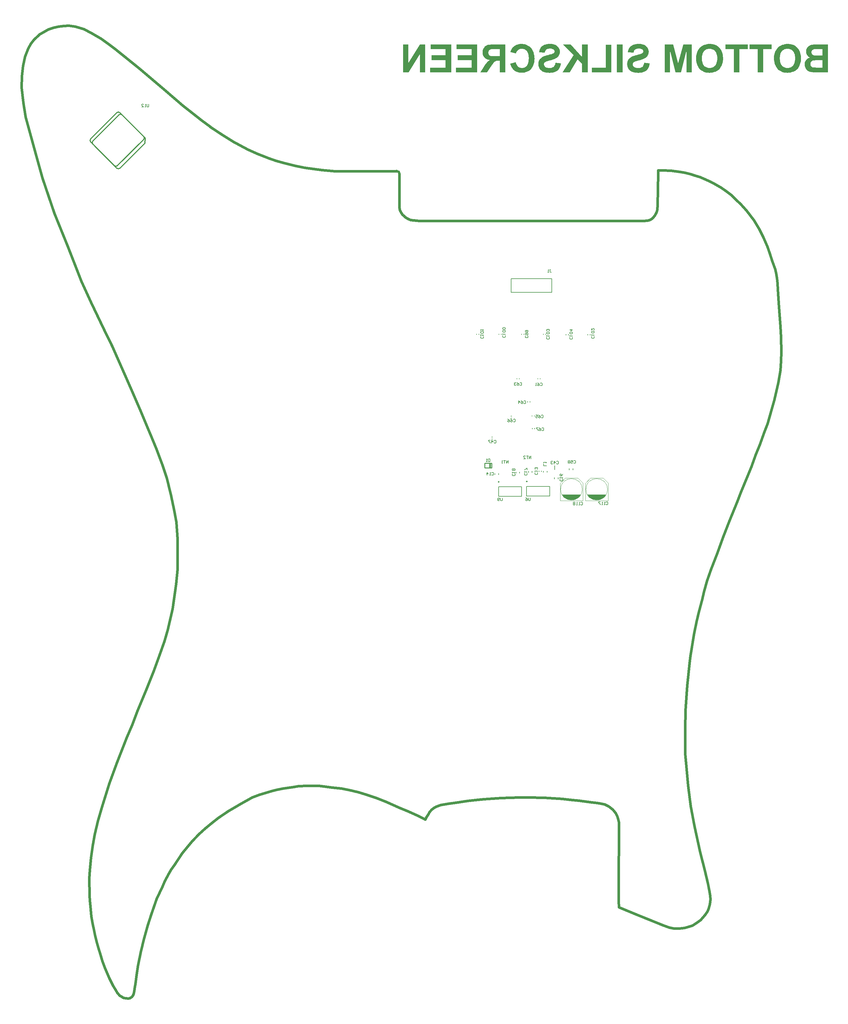
<source format=gbo>
%FSLAX23Y23*%
%MOIN*%
G70*
G01*
G75*
G04 Layer_Color=32896*
%ADD10C,0.450*%
%ADD11R,0.031X0.033*%
%ADD12R,0.217X0.059*%
%ADD13R,0.033X0.031*%
%ADD14R,0.043X0.105*%
%ADD15R,0.043X0.059*%
%ADD16R,0.105X0.043*%
G04:AMPARAMS|DCode=17|XSize=33mil|YSize=31mil|CornerRadius=0mil|HoleSize=0mil|Usage=FLASHONLY|Rotation=292.500|XOffset=0mil|YOffset=0mil|HoleType=Round|Shape=Rectangle|*
%AMROTATEDRECTD17*
4,1,4,-0.021,0.009,0.008,0.021,0.021,-0.009,-0.008,-0.021,-0.021,0.009,0.0*
%
%ADD17ROTATEDRECTD17*%

G04:AMPARAMS|DCode=18|XSize=33mil|YSize=31mil|CornerRadius=0mil|HoleSize=0mil|Usage=FLASHONLY|Rotation=337.500|XOffset=0mil|YOffset=0mil|HoleType=Round|Shape=Rectangle|*
%AMROTATEDRECTD18*
4,1,4,-0.021,-0.008,-0.009,0.021,0.021,0.008,0.009,-0.021,-0.021,-0.008,0.0*
%
%ADD18ROTATEDRECTD18*%

G04:AMPARAMS|DCode=19|XSize=33mil|YSize=31mil|CornerRadius=0mil|HoleSize=0mil|Usage=FLASHONLY|Rotation=22.500|XOffset=0mil|YOffset=0mil|HoleType=Round|Shape=Rectangle|*
%AMROTATEDRECTD19*
4,1,4,-0.009,-0.021,-0.021,0.008,0.009,0.021,0.021,-0.008,-0.009,-0.021,0.0*
%
%ADD19ROTATEDRECTD19*%

G04:AMPARAMS|DCode=20|XSize=33mil|YSize=31mil|CornerRadius=0mil|HoleSize=0mil|Usage=FLASHONLY|Rotation=67.500|XOffset=0mil|YOffset=0mil|HoleType=Round|Shape=Rectangle|*
%AMROTATEDRECTD20*
4,1,4,0.008,-0.021,-0.021,-0.009,-0.008,0.021,0.021,0.009,0.008,-0.021,0.0*
%
%ADD20ROTATEDRECTD20*%

G04:AMPARAMS|DCode=21|XSize=59mil|YSize=43mil|CornerRadius=0mil|HoleSize=0mil|Usage=FLASHONLY|Rotation=112.500|XOffset=0mil|YOffset=0mil|HoleType=Round|Shape=Rectangle|*
%AMROTATEDRECTD21*
4,1,4,0.031,-0.019,-0.009,-0.036,-0.031,0.019,0.009,0.036,0.031,-0.019,0.0*
%
%ADD21ROTATEDRECTD21*%

G04:AMPARAMS|DCode=22|XSize=59mil|YSize=43mil|CornerRadius=0mil|HoleSize=0mil|Usage=FLASHONLY|Rotation=157.500|XOffset=0mil|YOffset=0mil|HoleType=Round|Shape=Rectangle|*
%AMROTATEDRECTD22*
4,1,4,0.036,0.009,0.019,-0.031,-0.036,-0.009,-0.019,0.031,0.036,0.009,0.0*
%
%ADD22ROTATEDRECTD22*%

G04:AMPARAMS|DCode=23|XSize=59mil|YSize=43mil|CornerRadius=0mil|HoleSize=0mil|Usage=FLASHONLY|Rotation=202.500|XOffset=0mil|YOffset=0mil|HoleType=Round|Shape=Rectangle|*
%AMROTATEDRECTD23*
4,1,4,0.019,0.031,0.036,-0.009,-0.019,-0.031,-0.036,0.009,0.019,0.031,0.0*
%
%ADD23ROTATEDRECTD23*%

G04:AMPARAMS|DCode=24|XSize=59mil|YSize=43mil|CornerRadius=0mil|HoleSize=0mil|Usage=FLASHONLY|Rotation=247.500|XOffset=0mil|YOffset=0mil|HoleType=Round|Shape=Rectangle|*
%AMROTATEDRECTD24*
4,1,4,-0.009,0.036,0.031,0.019,0.009,-0.036,-0.031,-0.019,-0.009,0.036,0.0*
%
%ADD24ROTATEDRECTD24*%

G04:AMPARAMS|DCode=25|XSize=33mil|YSize=31mil|CornerRadius=0mil|HoleSize=0mil|Usage=FLASHONLY|Rotation=292.850|XOffset=0mil|YOffset=0mil|HoleType=Round|Shape=Rectangle|*
%AMROTATEDRECTD25*
4,1,4,-0.021,0.009,0.008,0.022,0.021,-0.009,-0.008,-0.022,-0.021,0.009,0.0*
%
%ADD25ROTATEDRECTD25*%

G04:AMPARAMS|DCode=26|XSize=33mil|YSize=31mil|CornerRadius=0mil|HoleSize=0mil|Usage=FLASHONLY|Rotation=315.000|XOffset=0mil|YOffset=0mil|HoleType=Round|Shape=Rectangle|*
%AMROTATEDRECTD26*
4,1,4,-0.023,0.001,-0.001,0.023,0.023,-0.001,0.001,-0.023,-0.023,0.001,0.0*
%
%ADD26ROTATEDRECTD26*%

G04:AMPARAMS|DCode=27|XSize=33mil|YSize=31mil|CornerRadius=0mil|HoleSize=0mil|Usage=FLASHONLY|Rotation=45.000|XOffset=0mil|YOffset=0mil|HoleType=Round|Shape=Rectangle|*
%AMROTATEDRECTD27*
4,1,4,-0.001,-0.023,-0.023,-0.001,0.001,0.023,0.023,0.001,-0.001,-0.023,0.0*
%
%ADD27ROTATEDRECTD27*%

G04:AMPARAMS|DCode=28|XSize=59mil|YSize=43mil|CornerRadius=0mil|HoleSize=0mil|Usage=FLASHONLY|Rotation=135.000|XOffset=0mil|YOffset=0mil|HoleType=Round|Shape=Rectangle|*
%AMROTATEDRECTD28*
4,1,4,0.036,-0.006,0.006,-0.036,-0.036,0.006,-0.006,0.036,0.036,-0.006,0.0*
%
%ADD28ROTATEDRECTD28*%

%ADD29R,0.059X0.043*%
G04:AMPARAMS|DCode=30|XSize=59mil|YSize=43mil|CornerRadius=0mil|HoleSize=0mil|Usage=FLASHONLY|Rotation=225.000|XOffset=0mil|YOffset=0mil|HoleType=Round|Shape=Rectangle|*
%AMROTATEDRECTD30*
4,1,4,0.006,0.036,0.036,0.006,-0.006,-0.036,-0.036,-0.006,0.006,0.036,0.0*
%
%ADD30ROTATEDRECTD30*%

G04:AMPARAMS|DCode=31|XSize=10mil|YSize=59mil|CornerRadius=0mil|HoleSize=0mil|Usage=FLASHONLY|Rotation=225.000|XOffset=0mil|YOffset=0mil|HoleType=Round|Shape=Rectangle|*
%AMROTATEDRECTD31*
4,1,4,-0.017,0.024,0.024,-0.017,0.017,-0.024,-0.024,0.017,-0.017,0.024,0.0*
%
%ADD31ROTATEDRECTD31*%

G04:AMPARAMS|DCode=32|XSize=10mil|YSize=59mil|CornerRadius=0mil|HoleSize=0mil|Usage=FLASHONLY|Rotation=315.000|XOffset=0mil|YOffset=0mil|HoleType=Round|Shape=Rectangle|*
%AMROTATEDRECTD32*
4,1,4,-0.024,-0.017,0.017,0.024,0.024,0.017,-0.017,-0.024,-0.024,-0.017,0.0*
%
%ADD32ROTATEDRECTD32*%

%ADD33R,0.026X0.014*%
%ADD34R,0.049X0.014*%
%ADD35R,0.033X0.024*%
%ADD36R,0.047X0.024*%
G04:AMPARAMS|DCode=37|XSize=24mil|YSize=33mil|CornerRadius=0mil|HoleSize=0mil|Usage=FLASHONLY|Rotation=225.000|XOffset=0mil|YOffset=0mil|HoleType=Round|Shape=Rectangle|*
%AMROTATEDRECTD37*
4,1,4,-0.003,0.020,0.020,-0.003,0.003,-0.020,-0.020,0.003,-0.003,0.020,0.0*
%
%ADD37ROTATEDRECTD37*%

%ADD38R,0.035X0.012*%
%ADD39C,0.039*%
%ADD40R,0.055X0.043*%
%ADD41R,0.024X0.033*%
%ADD42R,0.043X0.055*%
%ADD43R,0.024X0.081*%
%ADD44R,0.069X0.039*%
%ADD45R,0.035X0.049*%
%ADD46R,0.020X0.093*%
%ADD47R,0.079X0.098*%
%ADD48R,0.029X0.110*%
%ADD49R,0.024X0.079*%
%ADD50R,0.094X0.079*%
%ADD51R,0.110X0.050*%
%ADD52R,0.051X0.022*%
%ADD53R,0.022X0.051*%
%ADD54R,0.024X0.089*%
%ADD55R,0.033X0.010*%
%ADD56R,0.010X0.033*%
%ADD57R,0.240X0.240*%
%ADD58R,0.150X0.050*%
%ADD59C,0.008*%
%ADD60C,0.007*%
%ADD61C,0.010*%
%ADD62C,0.006*%
%ADD63C,0.012*%
%ADD64C,0.020*%
%ADD65C,0.059*%
%ADD66P,0.084X4X90.0*%
%ADD67C,0.100*%
%ADD68C,0.116*%
%ADD69C,0.030*%
%ADD70C,0.230*%
%ADD71C,0.018*%
%ADD72C,0.026*%
%ADD73C,0.050*%
%ADD74C,0.087*%
%ADD75C,0.040*%
%ADD76C,0.075*%
%ADD77C,0.105*%
%ADD78C,0.168*%
%ADD79C,0.060*%
%ADD80C,0.162*%
%ADD81C,0.087*%
%ADD82C,0.099*%
%ADD83C,0.078*%
G04:AMPARAMS|DCode=84|XSize=72mil|YSize=72mil|CornerRadius=0mil|HoleSize=0mil|Usage=FLASHONLY|Rotation=0.000|XOffset=0mil|YOffset=0mil|HoleType=Round|Shape=Relief|Width=10mil|Gap=10mil|Entries=4|*
%AMTHD84*
7,0,0,0.072,0.052,0.010,45*
%
%ADD84THD84*%
%ADD85C,0.052*%
G04:AMPARAMS|DCode=86|XSize=88mil|YSize=88mil|CornerRadius=0mil|HoleSize=0mil|Usage=FLASHONLY|Rotation=0.000|XOffset=0mil|YOffset=0mil|HoleType=Round|Shape=Relief|Width=10mil|Gap=10mil|Entries=4|*
%AMTHD86*
7,0,0,0.088,0.068,0.010,45*
%
%ADD86THD86*%
G04:AMPARAMS|DCode=87|XSize=119.055mil|YSize=119.055mil|CornerRadius=0mil|HoleSize=0mil|Usage=FLASHONLY|Rotation=0.000|XOffset=0mil|YOffset=0mil|HoleType=Round|Shape=Relief|Width=10mil|Gap=10mil|Entries=4|*
%AMTHD87*
7,0,0,0.119,0.099,0.010,45*
%
%ADD87THD87*%
%ADD88R,0.049X0.035*%
%ADD89R,0.050X0.050*%
%ADD90R,0.035X0.083*%
%ADD91R,0.130X0.083*%
%ADD92R,0.031X0.118*%
%ADD93R,0.038X0.035*%
%ADD94R,0.038X0.026*%
%ADD95R,0.039X0.079*%
G04:AMPARAMS|DCode=96|XSize=120mil|YSize=50mil|CornerRadius=0mil|HoleSize=0mil|Usage=FLASHONLY|Rotation=135.000|XOffset=0mil|YOffset=0mil|HoleType=Round|Shape=Rectangle|*
%AMROTATEDRECTD96*
4,1,4,0.060,-0.025,0.025,-0.060,-0.060,0.025,-0.025,0.060,0.060,-0.025,0.0*
%
%ADD96ROTATEDRECTD96*%

%ADD97C,0.050*%
%ADD98C,0.030*%
%ADD99C,0.024*%
%ADD100C,0.010*%
%ADD101C,0.008*%
%ADD102C,0.005*%
%ADD103C,0.004*%
%ADD104R,0.024X0.047*%
%ADD105R,0.025X0.025*%
%ADD106R,0.039X0.041*%
%ADD107R,0.225X0.067*%
%ADD108R,0.041X0.039*%
%ADD109R,0.051X0.113*%
%ADD110R,0.051X0.067*%
%ADD111R,0.113X0.051*%
G04:AMPARAMS|DCode=112|XSize=41mil|YSize=39mil|CornerRadius=0mil|HoleSize=0mil|Usage=FLASHONLY|Rotation=292.500|XOffset=0mil|YOffset=0mil|HoleType=Round|Shape=Rectangle|*
%AMROTATEDRECTD112*
4,1,4,-0.026,0.012,0.010,0.027,0.026,-0.012,-0.010,-0.027,-0.026,0.012,0.0*
%
%ADD112ROTATEDRECTD112*%

G04:AMPARAMS|DCode=113|XSize=41mil|YSize=39mil|CornerRadius=0mil|HoleSize=0mil|Usage=FLASHONLY|Rotation=337.500|XOffset=0mil|YOffset=0mil|HoleType=Round|Shape=Rectangle|*
%AMROTATEDRECTD113*
4,1,4,-0.027,-0.010,-0.012,0.026,0.027,0.010,0.012,-0.026,-0.027,-0.010,0.0*
%
%ADD113ROTATEDRECTD113*%

G04:AMPARAMS|DCode=114|XSize=41mil|YSize=39mil|CornerRadius=0mil|HoleSize=0mil|Usage=FLASHONLY|Rotation=22.500|XOffset=0mil|YOffset=0mil|HoleType=Round|Shape=Rectangle|*
%AMROTATEDRECTD114*
4,1,4,-0.012,-0.026,-0.027,0.010,0.012,0.026,0.027,-0.010,-0.012,-0.026,0.0*
%
%ADD114ROTATEDRECTD114*%

G04:AMPARAMS|DCode=115|XSize=41mil|YSize=39mil|CornerRadius=0mil|HoleSize=0mil|Usage=FLASHONLY|Rotation=67.500|XOffset=0mil|YOffset=0mil|HoleType=Round|Shape=Rectangle|*
%AMROTATEDRECTD115*
4,1,4,0.010,-0.027,-0.026,-0.012,-0.010,0.027,0.026,0.012,0.010,-0.027,0.0*
%
%ADD115ROTATEDRECTD115*%

G04:AMPARAMS|DCode=116|XSize=67mil|YSize=51mil|CornerRadius=0mil|HoleSize=0mil|Usage=FLASHONLY|Rotation=112.500|XOffset=0mil|YOffset=0mil|HoleType=Round|Shape=Rectangle|*
%AMROTATEDRECTD116*
4,1,4,0.037,-0.021,-0.011,-0.041,-0.037,0.021,0.011,0.041,0.037,-0.021,0.0*
%
%ADD116ROTATEDRECTD116*%

G04:AMPARAMS|DCode=117|XSize=67mil|YSize=51mil|CornerRadius=0mil|HoleSize=0mil|Usage=FLASHONLY|Rotation=157.500|XOffset=0mil|YOffset=0mil|HoleType=Round|Shape=Rectangle|*
%AMROTATEDRECTD117*
4,1,4,0.041,0.011,0.021,-0.037,-0.041,-0.011,-0.021,0.037,0.041,0.011,0.0*
%
%ADD117ROTATEDRECTD117*%

G04:AMPARAMS|DCode=118|XSize=67mil|YSize=51mil|CornerRadius=0mil|HoleSize=0mil|Usage=FLASHONLY|Rotation=202.500|XOffset=0mil|YOffset=0mil|HoleType=Round|Shape=Rectangle|*
%AMROTATEDRECTD118*
4,1,4,0.021,0.037,0.041,-0.011,-0.021,-0.037,-0.041,0.011,0.021,0.037,0.0*
%
%ADD118ROTATEDRECTD118*%

G04:AMPARAMS|DCode=119|XSize=67mil|YSize=51mil|CornerRadius=0mil|HoleSize=0mil|Usage=FLASHONLY|Rotation=247.500|XOffset=0mil|YOffset=0mil|HoleType=Round|Shape=Rectangle|*
%AMROTATEDRECTD119*
4,1,4,-0.011,0.041,0.037,0.021,0.011,-0.041,-0.037,-0.021,-0.011,0.041,0.0*
%
%ADD119ROTATEDRECTD119*%

G04:AMPARAMS|DCode=120|XSize=41mil|YSize=39mil|CornerRadius=0mil|HoleSize=0mil|Usage=FLASHONLY|Rotation=292.850|XOffset=0mil|YOffset=0mil|HoleType=Round|Shape=Rectangle|*
%AMROTATEDRECTD120*
4,1,4,-0.026,0.011,0.010,0.027,0.026,-0.011,-0.010,-0.027,-0.026,0.011,0.0*
%
%ADD120ROTATEDRECTD120*%

G04:AMPARAMS|DCode=121|XSize=41mil|YSize=39mil|CornerRadius=0mil|HoleSize=0mil|Usage=FLASHONLY|Rotation=315.000|XOffset=0mil|YOffset=0mil|HoleType=Round|Shape=Rectangle|*
%AMROTATEDRECTD121*
4,1,4,-0.029,0.001,-0.001,0.029,0.029,-0.001,0.001,-0.029,-0.029,0.001,0.0*
%
%ADD121ROTATEDRECTD121*%

G04:AMPARAMS|DCode=122|XSize=41mil|YSize=39mil|CornerRadius=0mil|HoleSize=0mil|Usage=FLASHONLY|Rotation=45.000|XOffset=0mil|YOffset=0mil|HoleType=Round|Shape=Rectangle|*
%AMROTATEDRECTD122*
4,1,4,-0.001,-0.029,-0.029,-0.001,0.001,0.029,0.029,0.001,-0.001,-0.029,0.0*
%
%ADD122ROTATEDRECTD122*%

G04:AMPARAMS|DCode=123|XSize=67mil|YSize=51mil|CornerRadius=0mil|HoleSize=0mil|Usage=FLASHONLY|Rotation=135.000|XOffset=0mil|YOffset=0mil|HoleType=Round|Shape=Rectangle|*
%AMROTATEDRECTD123*
4,1,4,0.042,-0.006,0.006,-0.042,-0.042,0.006,-0.006,0.042,0.042,-0.006,0.0*
%
%ADD123ROTATEDRECTD123*%

%ADD124R,0.067X0.051*%
G04:AMPARAMS|DCode=125|XSize=67mil|YSize=51mil|CornerRadius=0mil|HoleSize=0mil|Usage=FLASHONLY|Rotation=225.000|XOffset=0mil|YOffset=0mil|HoleType=Round|Shape=Rectangle|*
%AMROTATEDRECTD125*
4,1,4,0.006,0.042,0.042,0.006,-0.006,-0.042,-0.042,-0.006,0.006,0.042,0.0*
%
%ADD125ROTATEDRECTD125*%

G04:AMPARAMS|DCode=126|XSize=18mil|YSize=67mil|CornerRadius=0mil|HoleSize=0mil|Usage=FLASHONLY|Rotation=225.000|XOffset=0mil|YOffset=0mil|HoleType=Round|Shape=Rectangle|*
%AMROTATEDRECTD126*
4,1,4,-0.017,0.030,0.030,-0.017,0.017,-0.030,-0.030,0.017,-0.017,0.030,0.0*
%
%ADD126ROTATEDRECTD126*%

G04:AMPARAMS|DCode=127|XSize=18mil|YSize=67mil|CornerRadius=0mil|HoleSize=0mil|Usage=FLASHONLY|Rotation=315.000|XOffset=0mil|YOffset=0mil|HoleType=Round|Shape=Rectangle|*
%AMROTATEDRECTD127*
4,1,4,-0.030,-0.017,0.017,0.030,0.030,0.017,-0.017,-0.030,-0.030,-0.017,0.0*
%
%ADD127ROTATEDRECTD127*%

%ADD128R,0.034X0.022*%
%ADD129R,0.057X0.022*%
%ADD130R,0.041X0.032*%
%ADD131R,0.055X0.032*%
G04:AMPARAMS|DCode=132|XSize=32mil|YSize=41mil|CornerRadius=0mil|HoleSize=0mil|Usage=FLASHONLY|Rotation=225.000|XOffset=0mil|YOffset=0mil|HoleType=Round|Shape=Rectangle|*
%AMROTATEDRECTD132*
4,1,4,-0.003,0.026,0.026,-0.003,0.003,-0.026,-0.026,0.003,-0.003,0.026,0.0*
%
%ADD132ROTATEDRECTD132*%

%ADD133R,0.043X0.020*%
%ADD134R,0.063X0.051*%
%ADD135R,0.032X0.041*%
%ADD136R,0.051X0.063*%
%ADD137R,0.032X0.089*%
%ADD138R,0.077X0.047*%
%ADD139R,0.043X0.057*%
%ADD140R,0.028X0.101*%
%ADD141R,0.087X0.106*%
%ADD142R,0.037X0.118*%
%ADD143R,0.032X0.087*%
%ADD144R,0.102X0.087*%
%ADD145R,0.118X0.058*%
%ADD146R,0.059X0.030*%
%ADD147R,0.030X0.059*%
%ADD148R,0.032X0.097*%
%ADD149R,0.041X0.018*%
%ADD150R,0.018X0.041*%
%ADD151R,0.248X0.248*%
%ADD152R,0.158X0.058*%
%ADD153C,0.067*%
%ADD154P,0.095X4X90.0*%
%ADD155C,0.108*%
%ADD156C,0.124*%
%ADD157C,0.038*%
%ADD158C,0.238*%
%ADD159C,0.008*%
%ADD160C,0.026*%
%ADD161R,0.008X0.008*%
%ADD162R,0.057X0.043*%
%ADD163R,0.058X0.058*%
%ADD164R,0.043X0.091*%
%ADD165R,0.138X0.091*%
%ADD166R,0.039X0.126*%
%ADD167R,0.046X0.043*%
%ADD168R,0.046X0.034*%
%ADD169R,0.047X0.087*%
G04:AMPARAMS|DCode=170|XSize=128mil|YSize=58mil|CornerRadius=0mil|HoleSize=0mil|Usage=FLASHONLY|Rotation=135.000|XOffset=0mil|YOffset=0mil|HoleType=Round|Shape=Rectangle|*
%AMROTATEDRECTD170*
4,1,4,0.066,-0.025,0.025,-0.066,-0.066,0.025,-0.025,0.066,0.066,-0.025,0.0*
%
%ADD170ROTATEDRECTD170*%

%ADD171C,0.004*%
G36*
X5044Y1794D02*
X4818D01*
Y1848D01*
X4979D01*
Y2112D01*
X5044D01*
Y1794D01*
D02*
G37*
G36*
X3827D02*
X3762D01*
Y1928D01*
X3741D01*
X3735Y1927D01*
X3729Y1926D01*
X3725Y1926D01*
X3721Y1925D01*
X3719Y1924D01*
X3717Y1924D01*
X3717D01*
X3713Y1922D01*
X3709Y1920D01*
X3706Y1918D01*
X3703Y1916D01*
X3701Y1914D01*
X3699Y1912D01*
X3698Y1911D01*
X3697Y1911D01*
X3695Y1909D01*
X3693Y1906D01*
X3691Y1903D01*
X3688Y1899D01*
X3682Y1891D01*
X3677Y1884D01*
X3671Y1876D01*
X3669Y1873D01*
X3667Y1869D01*
X3666Y1867D01*
X3664Y1865D01*
X3664Y1864D01*
X3663Y1864D01*
X3616Y1794D01*
X3539D01*
X3578Y1856D01*
X3582Y1863D01*
X3586Y1869D01*
X3590Y1875D01*
X3594Y1880D01*
X3597Y1885D01*
X3600Y1889D01*
X3603Y1893D01*
X3605Y1896D01*
X3608Y1899D01*
X3610Y1901D01*
X3613Y1905D01*
X3614Y1907D01*
X3615Y1908D01*
X3621Y1914D01*
X3626Y1919D01*
X3632Y1923D01*
X3637Y1927D01*
X3642Y1931D01*
X3646Y1933D01*
X3649Y1935D01*
X3649Y1935D01*
X3650D01*
X3642Y1936D01*
X3635Y1938D01*
X3628Y1940D01*
X3622Y1942D01*
X3616Y1945D01*
X3611Y1947D01*
X3606Y1950D01*
X3602Y1952D01*
X3598Y1955D01*
X3595Y1957D01*
X3592Y1959D01*
X3590Y1961D01*
X3588Y1963D01*
X3587Y1964D01*
X3586Y1964D01*
X3586Y1965D01*
X3582Y1969D01*
X3579Y1974D01*
X3576Y1979D01*
X3574Y1984D01*
X3570Y1994D01*
X3567Y2004D01*
X3566Y2008D01*
X3566Y2012D01*
X3566Y2015D01*
X3565Y2019D01*
X3565Y2021D01*
Y2023D01*
Y2024D01*
Y2024D01*
X3565Y2035D01*
X3567Y2044D01*
X3569Y2053D01*
X3572Y2060D01*
X3574Y2066D01*
X3576Y2069D01*
X3577Y2071D01*
X3578Y2073D01*
X3579Y2074D01*
X3579Y2074D01*
Y2075D01*
X3585Y2082D01*
X3591Y2089D01*
X3597Y2094D01*
X3603Y2099D01*
X3608Y2102D01*
X3613Y2104D01*
X3614Y2105D01*
X3615Y2105D01*
X3616Y2106D01*
X3616D01*
X3621Y2107D01*
X3626Y2109D01*
X3632Y2110D01*
X3638Y2111D01*
X3650Y2112D01*
X3662Y2113D01*
X3668Y2114D01*
X3674Y2114D01*
X3679D01*
X3683Y2114D01*
X3827D01*
Y1794D01*
D02*
G37*
G36*
X5172D02*
X5107D01*
Y2114D01*
X5172D01*
Y1794D01*
D02*
G37*
G36*
X6882Y2060D02*
X6787D01*
Y1794D01*
X6722D01*
Y2060D01*
X6628D01*
Y2114D01*
X6882D01*
Y2060D01*
D02*
G37*
G36*
X6608D02*
X6513D01*
Y1794D01*
X6449D01*
Y2060D01*
X6354D01*
Y2114D01*
X6608D01*
Y2060D01*
D02*
G37*
G36*
X3504Y1794D02*
X3260D01*
Y1848D01*
X3439D01*
Y1935D01*
X3279D01*
Y1989D01*
X3439D01*
Y2060D01*
X3267D01*
Y2114D01*
X3504D01*
Y1794D01*
D02*
G37*
G36*
X5370Y2120D02*
X5382Y2119D01*
X5392Y2116D01*
X5397Y2116D01*
X5401Y2115D01*
X5405Y2114D01*
X5409Y2113D01*
X5412Y2111D01*
X5415Y2111D01*
X5417Y2110D01*
X5418Y2109D01*
X5419Y2109D01*
X5419D01*
X5428Y2104D01*
X5436Y2099D01*
X5443Y2094D01*
X5449Y2088D01*
X5453Y2084D01*
X5456Y2080D01*
X5458Y2077D01*
X5459Y2076D01*
Y2076D01*
X5463Y2068D01*
X5467Y2060D01*
X5469Y2052D01*
X5471Y2045D01*
X5472Y2039D01*
X5472Y2035D01*
X5472Y2033D01*
Y2032D01*
Y2031D01*
Y2031D01*
X5472Y2024D01*
X5471Y2017D01*
X5470Y2010D01*
X5468Y2004D01*
X5463Y1993D01*
X5460Y1988D01*
X5458Y1984D01*
X5455Y1980D01*
X5452Y1976D01*
X5450Y1973D01*
X5448Y1970D01*
X5446Y1969D01*
X5444Y1967D01*
X5444Y1966D01*
X5443Y1966D01*
X5439Y1962D01*
X5434Y1959D01*
X5429Y1956D01*
X5423Y1953D01*
X5411Y1947D01*
X5399Y1943D01*
X5393Y1941D01*
X5388Y1939D01*
X5383Y1938D01*
X5379Y1936D01*
X5375Y1935D01*
X5372Y1934D01*
X5371Y1934D01*
X5370D01*
X5363Y1932D01*
X5357Y1931D01*
X5351Y1929D01*
X5345Y1928D01*
X5340Y1926D01*
X5336Y1925D01*
X5332Y1924D01*
X5330Y1923D01*
X5327Y1922D01*
X5325Y1921D01*
X5322Y1921D01*
X5321Y1921D01*
X5319Y1920D01*
X5319Y1920D01*
X5313Y1918D01*
X5308Y1915D01*
X5304Y1913D01*
X5301Y1911D01*
X5298Y1909D01*
X5297Y1907D01*
X5296Y1906D01*
X5295Y1906D01*
X5293Y1903D01*
X5292Y1900D01*
X5290Y1896D01*
X5290Y1893D01*
X5289Y1891D01*
X5289Y1889D01*
Y1887D01*
Y1886D01*
X5290Y1880D01*
X5291Y1874D01*
X5294Y1869D01*
X5297Y1864D01*
X5300Y1861D01*
X5302Y1858D01*
X5304Y1856D01*
X5305Y1856D01*
X5312Y1851D01*
X5319Y1848D01*
X5327Y1846D01*
X5335Y1844D01*
X5341Y1844D01*
X5344Y1843D01*
X5347D01*
X5349Y1843D01*
X5352D01*
X5362Y1844D01*
X5372Y1845D01*
X5380Y1847D01*
X5386Y1850D01*
X5392Y1853D01*
X5395Y1855D01*
X5398Y1857D01*
X5399Y1857D01*
X5405Y1864D01*
X5410Y1871D01*
X5414Y1879D01*
X5417Y1886D01*
X5419Y1893D01*
X5420Y1896D01*
X5420Y1899D01*
X5421Y1901D01*
X5421Y1903D01*
X5422Y1904D01*
Y1904D01*
X5484Y1898D01*
X5483Y1888D01*
X5481Y1879D01*
X5479Y1870D01*
X5476Y1862D01*
X5473Y1855D01*
X5469Y1848D01*
X5466Y1842D01*
X5463Y1837D01*
X5459Y1832D01*
X5456Y1828D01*
X5454Y1824D01*
X5451Y1821D01*
X5449Y1819D01*
X5447Y1817D01*
X5446Y1816D01*
X5446Y1816D01*
X5440Y1811D01*
X5432Y1807D01*
X5425Y1803D01*
X5417Y1800D01*
X5410Y1797D01*
X5402Y1795D01*
X5387Y1791D01*
X5380Y1791D01*
X5373Y1790D01*
X5367Y1789D01*
X5362Y1789D01*
X5358Y1788D01*
X5352D01*
X5337Y1789D01*
X5324Y1790D01*
X5318Y1791D01*
X5312Y1792D01*
X5307Y1793D01*
X5302Y1794D01*
X5298Y1795D01*
X5294Y1796D01*
X5291Y1797D01*
X5288Y1798D01*
X5286Y1799D01*
X5284Y1799D01*
X5283Y1800D01*
X5283D01*
X5273Y1805D01*
X5264Y1810D01*
X5257Y1816D01*
X5251Y1822D01*
X5246Y1827D01*
X5242Y1831D01*
X5241Y1833D01*
X5240Y1834D01*
X5240Y1835D01*
Y1835D01*
X5235Y1844D01*
X5231Y1854D01*
X5228Y1862D01*
X5226Y1870D01*
X5225Y1877D01*
X5225Y1880D01*
Y1883D01*
X5224Y1884D01*
Y1886D01*
Y1887D01*
Y1887D01*
X5225Y1898D01*
X5226Y1908D01*
X5228Y1917D01*
X5230Y1924D01*
X5233Y1930D01*
X5234Y1932D01*
X5235Y1934D01*
X5236Y1936D01*
X5237Y1937D01*
X5237Y1938D01*
Y1938D01*
X5242Y1946D01*
X5248Y1952D01*
X5254Y1958D01*
X5260Y1962D01*
X5265Y1966D01*
X5269Y1969D01*
X5270Y1970D01*
X5272Y1971D01*
X5272Y1971D01*
X5272D01*
X5277Y1973D01*
X5282Y1976D01*
X5293Y1980D01*
X5305Y1984D01*
X5316Y1987D01*
X5321Y1989D01*
X5326Y1990D01*
X5330Y1991D01*
X5334Y1992D01*
X5337Y1993D01*
X5340Y1994D01*
X5342Y1994D01*
X5342D01*
X5350Y1996D01*
X5358Y1999D01*
X5365Y2001D01*
X5371Y2002D01*
X5377Y2004D01*
X5382Y2006D01*
X5386Y2008D01*
X5389Y2009D01*
X5392Y2011D01*
X5395Y2012D01*
X5397Y2013D01*
X5399Y2014D01*
X5400Y2015D01*
X5401Y2015D01*
X5401Y2016D01*
X5405Y2019D01*
X5407Y2022D01*
X5408Y2026D01*
X5410Y2029D01*
X5410Y2031D01*
X5411Y2034D01*
Y2035D01*
Y2035D01*
X5410Y2040D01*
X5409Y2044D01*
X5407Y2047D01*
X5406Y2050D01*
X5404Y2052D01*
X5402Y2054D01*
X5401Y2055D01*
X5401Y2055D01*
X5395Y2059D01*
X5387Y2062D01*
X5380Y2064D01*
X5373Y2066D01*
X5366Y2066D01*
X5364D01*
X5361Y2067D01*
X5357D01*
X5347Y2066D01*
X5339Y2065D01*
X5332Y2064D01*
X5326Y2061D01*
X5322Y2059D01*
X5318Y2058D01*
X5317Y2056D01*
X5316Y2056D01*
X5311Y2051D01*
X5307Y2046D01*
X5304Y2040D01*
X5302Y2034D01*
X5300Y2029D01*
X5299Y2025D01*
X5298Y2023D01*
X5298Y2022D01*
Y2021D01*
Y2021D01*
X5233Y2023D01*
X5234Y2031D01*
X5235Y2039D01*
X5237Y2046D01*
X5239Y2053D01*
X5242Y2059D01*
X5244Y2065D01*
X5247Y2070D01*
X5250Y2075D01*
X5253Y2079D01*
X5256Y2083D01*
X5258Y2086D01*
X5260Y2089D01*
X5262Y2091D01*
X5264Y2092D01*
X5265Y2093D01*
X5265Y2094D01*
X5271Y2098D01*
X5278Y2102D01*
X5285Y2106D01*
X5292Y2109D01*
X5300Y2111D01*
X5307Y2114D01*
X5322Y2117D01*
X5329Y2118D01*
X5335Y2119D01*
X5341Y2119D01*
X5346Y2120D01*
X5350Y2120D01*
X5356D01*
X5370Y2120D01*
D02*
G37*
G36*
X4351D02*
X4363Y2119D01*
X4373Y2116D01*
X4378Y2116D01*
X4382Y2115D01*
X4386Y2114D01*
X4390Y2113D01*
X4393Y2111D01*
X4396Y2111D01*
X4398Y2110D01*
X4399Y2109D01*
X4400Y2109D01*
X4400D01*
X4409Y2104D01*
X4417Y2099D01*
X4424Y2094D01*
X4430Y2088D01*
X4434Y2084D01*
X4437Y2080D01*
X4439Y2077D01*
X4440Y2076D01*
Y2076D01*
X4444Y2068D01*
X4448Y2060D01*
X4450Y2052D01*
X4452Y2045D01*
X4453Y2039D01*
X4453Y2035D01*
X4453Y2033D01*
Y2032D01*
Y2031D01*
Y2031D01*
X4453Y2024D01*
X4452Y2017D01*
X4451Y2010D01*
X4449Y2004D01*
X4444Y1993D01*
X4441Y1988D01*
X4439Y1984D01*
X4436Y1980D01*
X4433Y1976D01*
X4431Y1973D01*
X4429Y1970D01*
X4427Y1969D01*
X4425Y1967D01*
X4425Y1966D01*
X4424Y1966D01*
X4420Y1962D01*
X4415Y1959D01*
X4410Y1956D01*
X4404Y1953D01*
X4392Y1947D01*
X4380Y1943D01*
X4374Y1941D01*
X4369Y1939D01*
X4364Y1938D01*
X4360Y1936D01*
X4356Y1935D01*
X4353Y1934D01*
X4352Y1934D01*
X4351D01*
X4344Y1932D01*
X4338Y1931D01*
X4332Y1929D01*
X4326Y1928D01*
X4321Y1926D01*
X4317Y1925D01*
X4313Y1924D01*
X4311Y1923D01*
X4308Y1922D01*
X4306Y1921D01*
X4303Y1921D01*
X4302Y1921D01*
X4300Y1920D01*
X4300Y1920D01*
X4294Y1918D01*
X4289Y1915D01*
X4285Y1913D01*
X4282Y1911D01*
X4279Y1909D01*
X4278Y1907D01*
X4277Y1906D01*
X4276Y1906D01*
X4274Y1903D01*
X4273Y1900D01*
X4271Y1896D01*
X4271Y1893D01*
X4270Y1891D01*
X4270Y1889D01*
Y1887D01*
Y1886D01*
X4271Y1880D01*
X4272Y1874D01*
X4275Y1869D01*
X4278Y1864D01*
X4281Y1861D01*
X4283Y1858D01*
X4285Y1856D01*
X4286Y1856D01*
X4293Y1851D01*
X4300Y1848D01*
X4308Y1846D01*
X4316Y1844D01*
X4322Y1844D01*
X4325Y1843D01*
X4328D01*
X4330Y1843D01*
X4333D01*
X4343Y1844D01*
X4353Y1845D01*
X4361Y1847D01*
X4367Y1850D01*
X4373Y1853D01*
X4376Y1855D01*
X4379Y1857D01*
X4380Y1857D01*
X4386Y1864D01*
X4391Y1871D01*
X4395Y1879D01*
X4398Y1886D01*
X4400Y1893D01*
X4401Y1896D01*
X4401Y1899D01*
X4402Y1901D01*
X4402Y1903D01*
X4403Y1904D01*
Y1904D01*
X4465Y1898D01*
X4464Y1888D01*
X4462Y1879D01*
X4460Y1870D01*
X4457Y1862D01*
X4454Y1855D01*
X4450Y1848D01*
X4447Y1842D01*
X4444Y1837D01*
X4440Y1832D01*
X4437Y1828D01*
X4435Y1824D01*
X4432Y1821D01*
X4430Y1819D01*
X4428Y1817D01*
X4427Y1816D01*
X4427Y1816D01*
X4420Y1811D01*
X4413Y1807D01*
X4406Y1803D01*
X4398Y1800D01*
X4391Y1797D01*
X4383Y1795D01*
X4368Y1791D01*
X4361Y1791D01*
X4354Y1790D01*
X4348Y1789D01*
X4343Y1789D01*
X4339Y1788D01*
X4333D01*
X4318Y1789D01*
X4305Y1790D01*
X4299Y1791D01*
X4293Y1792D01*
X4288Y1793D01*
X4283Y1794D01*
X4279Y1795D01*
X4275Y1796D01*
X4272Y1797D01*
X4269Y1798D01*
X4267Y1799D01*
X4265Y1799D01*
X4264Y1800D01*
X4264D01*
X4254Y1805D01*
X4245Y1810D01*
X4238Y1816D01*
X4232Y1822D01*
X4227Y1827D01*
X4223Y1831D01*
X4222Y1833D01*
X4221Y1834D01*
X4221Y1835D01*
Y1835D01*
X4216Y1844D01*
X4212Y1854D01*
X4209Y1862D01*
X4207Y1870D01*
X4206Y1877D01*
X4206Y1880D01*
Y1883D01*
X4205Y1884D01*
Y1886D01*
Y1887D01*
Y1887D01*
X4206Y1898D01*
X4207Y1908D01*
X4209Y1917D01*
X4211Y1924D01*
X4214Y1930D01*
X4215Y1932D01*
X4216Y1934D01*
X4217Y1936D01*
X4218Y1937D01*
X4218Y1938D01*
Y1938D01*
X4223Y1946D01*
X4229Y1952D01*
X4235Y1958D01*
X4241Y1962D01*
X4246Y1966D01*
X4250Y1969D01*
X4251Y1970D01*
X4253Y1971D01*
X4253Y1971D01*
X4253D01*
X4258Y1973D01*
X4263Y1976D01*
X4274Y1980D01*
X4286Y1984D01*
X4297Y1987D01*
X4302Y1989D01*
X4307Y1990D01*
X4311Y1991D01*
X4315Y1992D01*
X4318Y1993D01*
X4321Y1994D01*
X4323Y1994D01*
X4323D01*
X4331Y1996D01*
X4339Y1999D01*
X4346Y2001D01*
X4352Y2002D01*
X4358Y2004D01*
X4363Y2006D01*
X4367Y2008D01*
X4370Y2009D01*
X4373Y2011D01*
X4376Y2012D01*
X4378Y2013D01*
X4380Y2014D01*
X4381Y2015D01*
X4382Y2015D01*
X4382Y2016D01*
X4386Y2019D01*
X4388Y2022D01*
X4389Y2026D01*
X4391Y2029D01*
X4391Y2031D01*
X4392Y2034D01*
Y2035D01*
Y2035D01*
X4391Y2040D01*
X4390Y2044D01*
X4388Y2047D01*
X4387Y2050D01*
X4385Y2052D01*
X4383Y2054D01*
X4382Y2055D01*
X4382Y2055D01*
X4376Y2059D01*
X4368Y2062D01*
X4361Y2064D01*
X4354Y2066D01*
X4347Y2066D01*
X4345D01*
X4342Y2067D01*
X4338D01*
X4328Y2066D01*
X4320Y2065D01*
X4313Y2064D01*
X4307Y2061D01*
X4303Y2059D01*
X4299Y2058D01*
X4298Y2056D01*
X4297Y2056D01*
X4292Y2051D01*
X4288Y2046D01*
X4285Y2040D01*
X4283Y2034D01*
X4281Y2029D01*
X4280Y2025D01*
X4279Y2023D01*
X4279Y2022D01*
Y2021D01*
Y2021D01*
X4214Y2023D01*
X4215Y2031D01*
X4216Y2039D01*
X4218Y2046D01*
X4220Y2053D01*
X4223Y2059D01*
X4225Y2065D01*
X4228Y2070D01*
X4231Y2075D01*
X4234Y2079D01*
X4237Y2083D01*
X4239Y2086D01*
X4241Y2089D01*
X4243Y2091D01*
X4245Y2092D01*
X4246Y2093D01*
X4246Y2094D01*
X4252Y2098D01*
X4259Y2102D01*
X4266Y2106D01*
X4273Y2109D01*
X4281Y2111D01*
X4288Y2114D01*
X4303Y2117D01*
X4310Y2118D01*
X4316Y2119D01*
X4322Y2119D01*
X4327Y2120D01*
X4331Y2120D01*
X4337D01*
X4351Y2120D01*
D02*
G37*
G36*
X6185D02*
X6199Y2118D01*
X6210Y2116D01*
X6216Y2115D01*
X6220Y2114D01*
X6225Y2113D01*
X6229Y2111D01*
X6232Y2110D01*
X6235Y2109D01*
X6237Y2109D01*
X6239Y2108D01*
X6240Y2107D01*
X6240D01*
X6249Y2103D01*
X6256Y2099D01*
X6263Y2094D01*
X6269Y2089D01*
X6274Y2085D01*
X6278Y2081D01*
X6281Y2079D01*
X6281Y2079D01*
X6281Y2078D01*
X6288Y2071D01*
X6294Y2063D01*
X6299Y2056D01*
X6303Y2049D01*
X6306Y2043D01*
X6309Y2039D01*
X6310Y2037D01*
X6311Y2036D01*
X6311Y2035D01*
Y2034D01*
X6316Y2021D01*
X6319Y2007D01*
X6322Y1994D01*
X6324Y1981D01*
X6324Y1975D01*
X6325Y1969D01*
X6325Y1964D01*
Y1960D01*
X6326Y1956D01*
Y1954D01*
Y1952D01*
Y1952D01*
X6325Y1938D01*
X6324Y1925D01*
X6322Y1912D01*
X6319Y1901D01*
X6316Y1890D01*
X6312Y1880D01*
X6309Y1871D01*
X6304Y1863D01*
X6301Y1856D01*
X6297Y1849D01*
X6293Y1844D01*
X6290Y1839D01*
X6287Y1836D01*
X6285Y1834D01*
X6284Y1832D01*
X6284Y1831D01*
X6275Y1824D01*
X6266Y1817D01*
X6257Y1811D01*
X6248Y1806D01*
X6239Y1802D01*
X6229Y1799D01*
X6220Y1796D01*
X6211Y1794D01*
X6203Y1792D01*
X6195Y1791D01*
X6188Y1789D01*
X6182Y1789D01*
X6177Y1789D01*
X6174Y1788D01*
X6170D01*
X6157Y1789D01*
X6145Y1790D01*
X6134Y1792D01*
X6123Y1795D01*
X6113Y1798D01*
X6104Y1802D01*
X6095Y1806D01*
X6088Y1810D01*
X6081Y1814D01*
X6075Y1818D01*
X6070Y1822D01*
X6065Y1825D01*
X6062Y1828D01*
X6060Y1830D01*
X6058Y1831D01*
X6058Y1832D01*
X6050Y1841D01*
X6044Y1850D01*
X6038Y1859D01*
X6033Y1869D01*
X6029Y1879D01*
X6026Y1890D01*
X6023Y1899D01*
X6021Y1909D01*
X6019Y1918D01*
X6017Y1926D01*
X6016Y1934D01*
X6016Y1941D01*
X6016Y1946D01*
X6015Y1950D01*
Y1953D01*
Y1953D01*
Y1954D01*
X6016Y1968D01*
X6017Y1981D01*
X6019Y1994D01*
X6022Y2006D01*
X6025Y2017D01*
X6029Y2027D01*
X6032Y2036D01*
X6036Y2044D01*
X6040Y2051D01*
X6044Y2058D01*
X6048Y2064D01*
X6051Y2068D01*
X6054Y2071D01*
X6056Y2074D01*
X6057Y2076D01*
X6058Y2076D01*
X6066Y2084D01*
X6075Y2091D01*
X6084Y2096D01*
X6093Y2101D01*
X6103Y2106D01*
X6112Y2109D01*
X6121Y2112D01*
X6130Y2115D01*
X6139Y2116D01*
X6146Y2118D01*
X6153Y2119D01*
X6159Y2119D01*
X6164Y2120D01*
X6168Y2120D01*
X6171D01*
X6185Y2120D01*
D02*
G37*
G36*
X3205Y1794D02*
X2962D01*
Y1848D01*
X3141D01*
Y1935D01*
X2980D01*
Y1989D01*
X3141D01*
Y2060D01*
X2968D01*
Y2114D01*
X3205D01*
Y1794D01*
D02*
G37*
G36*
X7080Y2120D02*
X7093Y2118D01*
X7105Y2116D01*
X7110Y2115D01*
X7115Y2114D01*
X7119Y2113D01*
X7123Y2111D01*
X7126Y2110D01*
X7129Y2109D01*
X7132Y2109D01*
X7133Y2108D01*
X7134Y2107D01*
X7135D01*
X7143Y2103D01*
X7150Y2099D01*
X7158Y2094D01*
X7164Y2089D01*
X7169Y2085D01*
X7173Y2081D01*
X7175Y2079D01*
X7175Y2079D01*
X7176Y2078D01*
X7183Y2071D01*
X7188Y2063D01*
X7193Y2056D01*
X7198Y2049D01*
X7201Y2043D01*
X7203Y2039D01*
X7204Y2037D01*
X7205Y2036D01*
X7205Y2035D01*
Y2034D01*
X7210Y2021D01*
X7214Y2007D01*
X7216Y1994D01*
X7218Y1981D01*
X7219Y1975D01*
X7219Y1969D01*
X7220Y1964D01*
Y1960D01*
X7220Y1956D01*
Y1954D01*
Y1952D01*
Y1952D01*
X7220Y1938D01*
X7218Y1925D01*
X7216Y1912D01*
X7213Y1901D01*
X7210Y1890D01*
X7207Y1880D01*
X7203Y1871D01*
X7199Y1863D01*
X7195Y1856D01*
X7191Y1849D01*
X7188Y1844D01*
X7185Y1839D01*
X7182Y1836D01*
X7180Y1834D01*
X7178Y1832D01*
X7178Y1831D01*
X7170Y1824D01*
X7161Y1817D01*
X7152Y1811D01*
X7143Y1806D01*
X7133Y1802D01*
X7124Y1799D01*
X7114Y1796D01*
X7105Y1794D01*
X7097Y1792D01*
X7089Y1791D01*
X7083Y1789D01*
X7076Y1789D01*
X7071Y1789D01*
X7068Y1788D01*
X7065D01*
X7052Y1789D01*
X7040Y1790D01*
X7028Y1792D01*
X7017Y1795D01*
X7007Y1798D01*
X6998Y1802D01*
X6990Y1806D01*
X6982Y1810D01*
X6975Y1814D01*
X6969Y1818D01*
X6964Y1822D01*
X6960Y1825D01*
X6956Y1828D01*
X6954Y1830D01*
X6953Y1831D01*
X6952Y1832D01*
X6945Y1841D01*
X6938Y1850D01*
X6933Y1859D01*
X6928Y1869D01*
X6923Y1879D01*
X6920Y1890D01*
X6917Y1899D01*
X6915Y1909D01*
X6913Y1918D01*
X6912Y1926D01*
X6911Y1934D01*
X6911Y1941D01*
X6910Y1946D01*
X6910Y1950D01*
Y1953D01*
Y1953D01*
Y1954D01*
X6910Y1968D01*
X6911Y1981D01*
X6913Y1994D01*
X6916Y2006D01*
X6920Y2017D01*
X6923Y2027D01*
X6927Y2036D01*
X6931Y2044D01*
X6935Y2051D01*
X6939Y2058D01*
X6942Y2064D01*
X6946Y2068D01*
X6948Y2071D01*
X6951Y2074D01*
X6952Y2076D01*
X6952Y2076D01*
X6961Y2084D01*
X6969Y2091D01*
X6978Y2096D01*
X6988Y2101D01*
X6997Y2106D01*
X7007Y2109D01*
X7016Y2112D01*
X7025Y2115D01*
X7033Y2116D01*
X7041Y2118D01*
X7048Y2119D01*
X7054Y2119D01*
X7059Y2120D01*
X7062Y2120D01*
X7065D01*
X7080Y2120D01*
D02*
G37*
G36*
X7530Y1794D02*
X7410D01*
X7400Y1794D01*
X7383D01*
X7376Y1795D01*
X7364D01*
X7359Y1795D01*
X7355D01*
X7352Y1796D01*
X7347D01*
X7345Y1796D01*
X7343D01*
X7334Y1798D01*
X7326Y1800D01*
X7318Y1802D01*
X7312Y1805D01*
X7307Y1807D01*
X7303Y1809D01*
X7301Y1811D01*
X7300Y1811D01*
X7294Y1816D01*
X7288Y1821D01*
X7283Y1827D01*
X7279Y1832D01*
X7276Y1837D01*
X7274Y1841D01*
X7273Y1843D01*
X7272Y1844D01*
Y1844D01*
X7269Y1852D01*
X7266Y1859D01*
X7264Y1866D01*
X7263Y1873D01*
X7262Y1879D01*
X7262Y1883D01*
Y1884D01*
Y1886D01*
Y1886D01*
Y1886D01*
X7263Y1896D01*
X7264Y1906D01*
X7267Y1914D01*
X7270Y1921D01*
X7273Y1927D01*
X7275Y1931D01*
X7276Y1933D01*
X7277Y1934D01*
X7278Y1934D01*
Y1935D01*
X7284Y1942D01*
X7291Y1948D01*
X7299Y1953D01*
X7306Y1957D01*
X7313Y1960D01*
X7315Y1961D01*
X7318Y1962D01*
X7320Y1963D01*
X7321Y1964D01*
X7322Y1964D01*
X7323D01*
X7315Y1968D01*
X7309Y1972D01*
X7303Y1977D01*
X7298Y1982D01*
X7295Y1986D01*
X7292Y1989D01*
X7290Y1991D01*
X7290Y1992D01*
X7285Y1999D01*
X7283Y2006D01*
X7280Y2014D01*
X7279Y2020D01*
X7278Y2026D01*
X7278Y2030D01*
Y2031D01*
Y2033D01*
Y2033D01*
Y2034D01*
X7278Y2041D01*
X7279Y2048D01*
X7281Y2054D01*
X7283Y2060D01*
X7284Y2065D01*
X7286Y2068D01*
X7287Y2070D01*
X7288Y2071D01*
X7291Y2077D01*
X7295Y2082D01*
X7300Y2087D01*
X7303Y2091D01*
X7307Y2094D01*
X7310Y2096D01*
X7311Y2097D01*
X7312Y2098D01*
X7318Y2101D01*
X7323Y2104D01*
X7329Y2106D01*
X7334Y2108D01*
X7339Y2109D01*
X7342Y2110D01*
X7345Y2111D01*
X7345D01*
X7349Y2111D01*
X7353Y2112D01*
X7362Y2113D01*
X7372Y2114D01*
X7381Y2114D01*
X7389Y2114D01*
X7530D01*
Y1794D01*
D02*
G37*
G36*
X4772D02*
X4707D01*
Y1891D01*
X4655Y1944D01*
X4566Y1794D01*
X4483D01*
X4610Y1990D01*
X4489Y2114D01*
X4576D01*
X4707Y1972D01*
Y2114D01*
X4772D01*
Y1794D01*
D02*
G37*
G36*
X2907D02*
X2847D01*
Y2004D01*
X2717Y1794D01*
X2652D01*
Y2114D01*
X2712D01*
Y1900D01*
X2845Y2114D01*
X2907D01*
Y1794D01*
D02*
G37*
G36*
X4981Y-3053D02*
X4966Y-3073D01*
X4946Y-3092D01*
X4938Y-3096D01*
X4926Y-3104D01*
X4918D01*
X4914Y-3108D01*
X4895Y-3112D01*
X4855D01*
X4851Y-3108D01*
X4836D01*
X4820Y-3100D01*
X4812Y-3092D01*
X4804D01*
X4792Y-3081D01*
X4792D01*
X4781Y-3069D01*
Y-3065D01*
X4769Y-3053D01*
Y-3049D01*
X4981D01*
Y-3053D01*
D02*
G37*
G36*
X4691D02*
X4676Y-3073D01*
X4656Y-3092D01*
X4648Y-3096D01*
X4636Y-3104D01*
X4628D01*
X4624Y-3108D01*
X4605Y-3112D01*
X4565D01*
X4561Y-3108D01*
X4546D01*
X4530Y-3100D01*
X4522Y-3092D01*
X4514D01*
X4502Y-3081D01*
X4502D01*
X4491Y-3069D01*
Y-3065D01*
X4479Y-3053D01*
Y-3049D01*
X4691D01*
Y-3053D01*
D02*
G37*
G36*
X5966Y1794D02*
X5906D01*
Y2046D01*
X5843Y1794D01*
X5780D01*
X5717Y2046D01*
X5717Y1794D01*
X5657D01*
Y2114D01*
X5754D01*
X5811Y1896D01*
X5869Y2114D01*
X5966D01*
Y1794D01*
D02*
G37*
G36*
X4024Y2120D02*
X4036Y2118D01*
X4047Y2116D01*
X4058Y2113D01*
X4067Y2110D01*
X4076Y2106D01*
X4084Y2102D01*
X4091Y2098D01*
X4098Y2094D01*
X4104Y2090D01*
X4109Y2086D01*
X4113Y2083D01*
X4116Y2080D01*
X4118Y2078D01*
X4120Y2076D01*
X4121Y2076D01*
X4128Y2067D01*
X4134Y2058D01*
X4140Y2048D01*
X4144Y2038D01*
X4148Y2027D01*
X4152Y2017D01*
X4154Y2007D01*
X4157Y1997D01*
X4158Y1988D01*
X4160Y1979D01*
X4161Y1971D01*
X4161Y1965D01*
X4161Y1959D01*
X4162Y1955D01*
Y1954D01*
Y1952D01*
Y1952D01*
Y1951D01*
X4161Y1938D01*
X4160Y1924D01*
X4158Y1912D01*
X4156Y1901D01*
X4152Y1890D01*
X4149Y1880D01*
X4145Y1871D01*
X4141Y1863D01*
X4138Y1856D01*
X4134Y1850D01*
X4131Y1844D01*
X4127Y1840D01*
X4125Y1836D01*
X4123Y1834D01*
X4121Y1832D01*
X4121Y1832D01*
X4113Y1824D01*
X4105Y1818D01*
X4096Y1812D01*
X4087Y1807D01*
X4078Y1803D01*
X4070Y1799D01*
X4061Y1796D01*
X4053Y1794D01*
X4045Y1792D01*
X4038Y1791D01*
X4032Y1790D01*
X4026Y1789D01*
X4022Y1789D01*
X4019Y1789D01*
X4016D01*
X4006Y1789D01*
X3998Y1790D01*
X3989Y1791D01*
X3981Y1793D01*
X3973Y1794D01*
X3966Y1796D01*
X3960Y1799D01*
X3954Y1801D01*
X3949Y1804D01*
X3944Y1806D01*
X3940Y1808D01*
X3937Y1810D01*
X3934Y1811D01*
X3933Y1813D01*
X3931Y1814D01*
X3931Y1814D01*
X3925Y1819D01*
X3919Y1825D01*
X3914Y1831D01*
X3909Y1837D01*
X3905Y1844D01*
X3901Y1850D01*
X3894Y1863D01*
X3891Y1869D01*
X3889Y1875D01*
X3887Y1880D01*
X3886Y1884D01*
X3884Y1888D01*
X3884Y1890D01*
X3883Y1892D01*
Y1893D01*
X3946Y1912D01*
X3947Y1906D01*
X3949Y1900D01*
X3951Y1894D01*
X3953Y1889D01*
X3956Y1884D01*
X3958Y1880D01*
X3960Y1876D01*
X3962Y1873D01*
X3966Y1867D01*
X3970Y1864D01*
X3972Y1861D01*
X3972Y1861D01*
X3973Y1860D01*
X3980Y1855D01*
X3987Y1851D01*
X3995Y1848D01*
X4001Y1846D01*
X4008Y1845D01*
X4013Y1844D01*
X4014Y1844D01*
X4017D01*
X4023Y1844D01*
X4029Y1845D01*
X4035Y1846D01*
X4041Y1848D01*
X4050Y1852D01*
X4058Y1857D01*
X4062Y1859D01*
X4065Y1861D01*
X4067Y1864D01*
X4070Y1866D01*
X4071Y1867D01*
X4073Y1868D01*
X4073Y1869D01*
X4073Y1869D01*
X4077Y1875D01*
X4081Y1881D01*
X4083Y1887D01*
X4086Y1894D01*
X4090Y1908D01*
X4092Y1922D01*
X4093Y1929D01*
X4094Y1936D01*
X4094Y1941D01*
X4095Y1946D01*
X4095Y1950D01*
Y1954D01*
Y1955D01*
Y1956D01*
X4095Y1966D01*
X4094Y1976D01*
X4093Y1985D01*
X4092Y1993D01*
X4090Y2001D01*
X4088Y2008D01*
X4086Y2014D01*
X4084Y2019D01*
X4082Y2024D01*
X4080Y2028D01*
X4078Y2031D01*
X4076Y2034D01*
X4075Y2036D01*
X4074Y2038D01*
X4073Y2039D01*
X4073Y2039D01*
X4069Y2044D01*
X4064Y2047D01*
X4060Y2051D01*
X4055Y2054D01*
X4050Y2056D01*
X4045Y2059D01*
X4036Y2061D01*
X4028Y2064D01*
X4024Y2064D01*
X4021Y2064D01*
X4019Y2065D01*
X4016D01*
X4006Y2064D01*
X3998Y2063D01*
X3990Y2060D01*
X3984Y2058D01*
X3979Y2055D01*
X3975Y2053D01*
X3973Y2051D01*
X3972Y2050D01*
X3966Y2044D01*
X3960Y2038D01*
X3956Y2031D01*
X3953Y2025D01*
X3951Y2020D01*
X3949Y2015D01*
X3948Y2014D01*
X3948Y2012D01*
X3948Y2011D01*
Y2011D01*
X3884Y2026D01*
X3886Y2034D01*
X3888Y2040D01*
X3891Y2046D01*
X3893Y2052D01*
X3896Y2057D01*
X3899Y2062D01*
X3901Y2066D01*
X3904Y2070D01*
X3907Y2074D01*
X3909Y2077D01*
X3911Y2079D01*
X3913Y2081D01*
X3914Y2083D01*
X3916Y2084D01*
X3916Y2085D01*
X3916Y2085D01*
X3923Y2091D01*
X3931Y2097D01*
X3939Y2101D01*
X3947Y2106D01*
X3955Y2109D01*
X3963Y2112D01*
X3971Y2114D01*
X3978Y2116D01*
X3985Y2117D01*
X3991Y2119D01*
X3997Y2119D01*
X4002Y2120D01*
X4006D01*
X4010Y2120D01*
X4012D01*
X4024Y2120D01*
D02*
G37*
%LPC*%
G36*
X7068Y2065D02*
X7065D01*
X7057Y2064D01*
X7050Y2064D01*
X7044Y2062D01*
X7038Y2061D01*
X7032Y2059D01*
X7027Y2056D01*
X7022Y2054D01*
X7018Y2051D01*
X7014Y2049D01*
X7010Y2046D01*
X7007Y2044D01*
X7005Y2041D01*
X7003Y2040D01*
X7002Y2039D01*
X7001Y2038D01*
X7001Y2037D01*
X6996Y2032D01*
X6993Y2026D01*
X6989Y2020D01*
X6986Y2013D01*
X6984Y2006D01*
X6982Y1999D01*
X6979Y1986D01*
X6978Y1980D01*
X6978Y1974D01*
X6977Y1969D01*
X6977Y1964D01*
X6976Y1961D01*
Y1958D01*
Y1956D01*
Y1955D01*
X6977Y1945D01*
X6978Y1936D01*
X6979Y1927D01*
X6980Y1919D01*
X6982Y1911D01*
X6984Y1904D01*
X6986Y1898D01*
X6989Y1892D01*
X6991Y1888D01*
X6993Y1883D01*
X6996Y1880D01*
X6998Y1877D01*
X6999Y1874D01*
X7000Y1873D01*
X7001Y1872D01*
X7001Y1871D01*
X7006Y1866D01*
X7011Y1862D01*
X7016Y1859D01*
X7022Y1855D01*
X7027Y1853D01*
X7032Y1850D01*
X7042Y1847D01*
X7047Y1846D01*
X7051Y1845D01*
X7055Y1844D01*
X7058Y1844D01*
X7061Y1844D01*
X7065D01*
X7072Y1844D01*
X7078Y1845D01*
X7085Y1846D01*
X7091Y1848D01*
X7097Y1850D01*
X7102Y1852D01*
X7107Y1855D01*
X7111Y1858D01*
X7115Y1860D01*
X7118Y1863D01*
X7121Y1865D01*
X7124Y1867D01*
X7126Y1869D01*
X7127Y1870D01*
X7128Y1871D01*
X7128Y1871D01*
X7133Y1877D01*
X7137Y1883D01*
X7140Y1890D01*
X7143Y1896D01*
X7145Y1903D01*
X7147Y1910D01*
X7150Y1924D01*
X7151Y1930D01*
X7152Y1936D01*
X7153Y1941D01*
X7153Y1946D01*
X7153Y1949D01*
Y1952D01*
Y1954D01*
Y1954D01*
X7153Y1964D01*
X7152Y1974D01*
X7151Y1983D01*
X7150Y1991D01*
X7148Y1998D01*
X7146Y2005D01*
X7143Y2011D01*
X7141Y2016D01*
X7139Y2021D01*
X7137Y2026D01*
X7135Y2029D01*
X7133Y2032D01*
X7131Y2034D01*
X7130Y2036D01*
X7130Y2037D01*
X7129Y2037D01*
X7125Y2042D01*
X7119Y2046D01*
X7114Y2050D01*
X7109Y2053D01*
X7103Y2056D01*
X7098Y2058D01*
X7088Y2061D01*
X7083Y2063D01*
X7078Y2064D01*
X7075Y2064D01*
X7071Y2064D01*
X7068Y2065D01*
D02*
G37*
G36*
X6174D02*
X6170D01*
X6163Y2064D01*
X6156Y2064D01*
X6149Y2062D01*
X6143Y2061D01*
X6138Y2059D01*
X6132Y2056D01*
X6127Y2054D01*
X6123Y2051D01*
X6119Y2049D01*
X6116Y2046D01*
X6113Y2044D01*
X6111Y2041D01*
X6109Y2040D01*
X6107Y2039D01*
X6106Y2038D01*
X6106Y2037D01*
X6102Y2032D01*
X6098Y2026D01*
X6095Y2020D01*
X6092Y2013D01*
X6090Y2006D01*
X6088Y1999D01*
X6085Y1986D01*
X6084Y1980D01*
X6083Y1974D01*
X6083Y1969D01*
X6082Y1964D01*
X6082Y1961D01*
Y1958D01*
Y1956D01*
Y1955D01*
X6082Y1945D01*
X6083Y1936D01*
X6084Y1927D01*
X6086Y1919D01*
X6088Y1911D01*
X6090Y1904D01*
X6092Y1898D01*
X6094Y1892D01*
X6097Y1888D01*
X6099Y1883D01*
X6101Y1880D01*
X6103Y1877D01*
X6104Y1874D01*
X6106Y1873D01*
X6106Y1872D01*
X6107Y1871D01*
X6111Y1866D01*
X6116Y1862D01*
X6122Y1859D01*
X6127Y1855D01*
X6132Y1853D01*
X6138Y1850D01*
X6148Y1847D01*
X6152Y1846D01*
X6156Y1845D01*
X6161Y1844D01*
X6164Y1844D01*
X6166Y1844D01*
X6170D01*
X6177Y1844D01*
X6184Y1845D01*
X6191Y1846D01*
X6196Y1848D01*
X6202Y1850D01*
X6207Y1852D01*
X6212Y1855D01*
X6216Y1858D01*
X6221Y1860D01*
X6224Y1863D01*
X6227Y1865D01*
X6229Y1867D01*
X6231Y1869D01*
X6233Y1870D01*
X6234Y1871D01*
X6234Y1871D01*
X6239Y1877D01*
X6242Y1883D01*
X6246Y1890D01*
X6249Y1896D01*
X6251Y1903D01*
X6253Y1910D01*
X6256Y1924D01*
X6257Y1930D01*
X6258Y1936D01*
X6258Y1941D01*
X6259Y1946D01*
X6259Y1949D01*
Y1952D01*
Y1954D01*
Y1954D01*
X6259Y1964D01*
X6258Y1974D01*
X6257Y1983D01*
X6255Y1991D01*
X6254Y1998D01*
X6251Y2005D01*
X6249Y2011D01*
X6247Y2016D01*
X6245Y2021D01*
X6242Y2026D01*
X6240Y2029D01*
X6239Y2032D01*
X6237Y2034D01*
X6236Y2036D01*
X6235Y2037D01*
X6235Y2037D01*
X6230Y2042D01*
X6225Y2046D01*
X6220Y2050D01*
X6214Y2053D01*
X6209Y2056D01*
X6204Y2058D01*
X6193Y2061D01*
X6189Y2063D01*
X6184Y2064D01*
X6180Y2064D01*
X6177Y2064D01*
X6174Y2065D01*
D02*
G37*
G36*
X7465Y2061D02*
X7400D01*
X7395Y2061D01*
X7384D01*
X7381Y2060D01*
X7375D01*
X7374Y2060D01*
X7373D01*
X7368Y2059D01*
X7363Y2057D01*
X7358Y2055D01*
X7355Y2054D01*
X7352Y2051D01*
X7350Y2050D01*
X7349Y2049D01*
X7349Y2049D01*
X7346Y2045D01*
X7344Y2041D01*
X7343Y2037D01*
X7341Y2033D01*
X7341Y2030D01*
X7340Y2027D01*
Y2025D01*
Y2024D01*
X7341Y2019D01*
X7342Y2014D01*
X7343Y2010D01*
X7345Y2006D01*
X7347Y2003D01*
X7348Y2001D01*
X7350Y2000D01*
X7350Y1999D01*
X7354Y1996D01*
X7358Y1994D01*
X7363Y1991D01*
X7367Y1990D01*
X7370Y1989D01*
X7373Y1988D01*
X7375Y1988D01*
X7378D01*
X7381Y1987D01*
X7395D01*
X7403Y1987D01*
X7465D01*
Y2061D01*
D02*
G37*
G36*
Y1934D02*
X7398D01*
X7392Y1933D01*
X7386Y1933D01*
X7380Y1932D01*
X7376D01*
X7372Y1932D01*
X7368Y1931D01*
X7365Y1931D01*
X7363Y1931D01*
X7360Y1930D01*
X7359Y1930D01*
X7357Y1929D01*
X7356Y1929D01*
X7351Y1927D01*
X7347Y1925D01*
X7343Y1922D01*
X7340Y1920D01*
X7338Y1918D01*
X7337Y1916D01*
X7336Y1914D01*
X7335Y1914D01*
X7333Y1910D01*
X7331Y1906D01*
X7330Y1902D01*
X7329Y1898D01*
X7329Y1895D01*
X7328Y1892D01*
Y1891D01*
Y1890D01*
X7329Y1884D01*
X7330Y1878D01*
X7331Y1874D01*
X7333Y1870D01*
X7335Y1866D01*
X7336Y1864D01*
X7337Y1863D01*
X7338Y1862D01*
X7341Y1859D01*
X7345Y1856D01*
X7349Y1854D01*
X7353Y1852D01*
X7356Y1851D01*
X7359Y1850D01*
X7360Y1850D01*
X7361D01*
X7363Y1849D01*
X7366D01*
X7369Y1849D01*
X7372D01*
X7379Y1849D01*
X7387D01*
X7394Y1848D01*
X7465D01*
Y1934D01*
D02*
G37*
G36*
X3762Y2060D02*
X3688D01*
X3684Y2060D01*
X3674D01*
X3671Y2059D01*
X3666D01*
X3665Y2059D01*
X3665D01*
X3659Y2058D01*
X3654Y2056D01*
X3650Y2054D01*
X3646Y2052D01*
X3644Y2050D01*
X3642Y2048D01*
X3641Y2047D01*
X3640Y2046D01*
X3637Y2042D01*
X3635Y2038D01*
X3634Y2034D01*
X3633Y2030D01*
X3632Y2026D01*
X3631Y2023D01*
Y2021D01*
Y2020D01*
X3632Y2015D01*
X3632Y2011D01*
X3634Y2006D01*
X3635Y2003D01*
X3636Y2000D01*
X3637Y1998D01*
X3638Y1996D01*
X3638Y1996D01*
X3641Y1993D01*
X3644Y1990D01*
X3647Y1988D01*
X3650Y1986D01*
X3652Y1984D01*
X3654Y1984D01*
X3656Y1983D01*
X3656D01*
X3659Y1982D01*
X3662Y1981D01*
X3666Y1981D01*
X3670Y1981D01*
X3680Y1980D01*
X3690Y1979D01*
X3699D01*
X3703Y1979D01*
X3762D01*
Y2060D01*
D02*
G37*
%LPD*%
D59*
X4393Y-2763D02*
Y-2715D01*
X4361Y-731D02*
Y-572D01*
X3893D02*
X4361D01*
X3893Y-731D02*
Y-572D01*
Y-731D02*
X4361D01*
X4691Y-3141D02*
X4696Y-3136D01*
X4707D01*
X4712Y-3141D01*
Y-3163D01*
X4707Y-3168D01*
X4696D01*
X4691Y-3163D01*
X4680Y-3168D02*
X4669D01*
X4675D01*
Y-3136D01*
X4680Y-3141D01*
X4653Y-3168D02*
X4643D01*
X4648D01*
Y-3136D01*
X4653Y-3141D01*
X4627D02*
X4621Y-3136D01*
X4611D01*
X4605Y-3141D01*
Y-3147D01*
X4611Y-3152D01*
X4605Y-3157D01*
Y-3163D01*
X4611Y-3168D01*
X4621D01*
X4627Y-3163D01*
Y-3157D01*
X4621Y-3152D01*
X4627Y-3147D01*
Y-3141D01*
X4621Y-3152D02*
X4611D01*
X4981Y-3139D02*
X4986Y-3134D01*
X4997D01*
X5002Y-3139D01*
Y-3161D01*
X4997Y-3166D01*
X4986D01*
X4981Y-3161D01*
X4970Y-3166D02*
X4959D01*
X4965D01*
Y-3134D01*
X4970Y-3139D01*
X4943Y-3166D02*
X4933D01*
X4938D01*
Y-3134D01*
X4943Y-3139D01*
X4917Y-3134D02*
X4895D01*
Y-3139D01*
X4917Y-3161D01*
Y-3166D01*
X3933Y-2811D02*
X3938Y-2816D01*
Y-2827D01*
X3933Y-2832D01*
X3911D01*
X3906Y-2827D01*
Y-2816D01*
X3911Y-2811D01*
X3906Y-2800D02*
Y-2789D01*
Y-2795D01*
X3938D01*
X3933Y-2800D01*
Y-2773D02*
X3938Y-2768D01*
Y-2757D01*
X3933Y-2752D01*
X3927D01*
X3922Y-2757D01*
X3917Y-2752D01*
X3911D01*
X3906Y-2757D01*
Y-2768D01*
X3911Y-2773D01*
X3917D01*
X3922Y-2768D01*
X3927Y-2773D01*
X3933D01*
X3922Y-2768D02*
Y-2757D01*
X4072Y-2804D02*
X4077Y-2809D01*
Y-2820D01*
X4072Y-2825D01*
X4050D01*
X4045Y-2820D01*
Y-2809D01*
X4050Y-2804D01*
X4045Y-2793D02*
Y-2782D01*
Y-2788D01*
X4077D01*
X4072Y-2793D01*
X4077Y-2766D02*
Y-2745D01*
X4072D01*
X4050Y-2766D01*
X4045D01*
X4480Y-2873D02*
X4485Y-2878D01*
Y-2889D01*
X4480Y-2894D01*
X4458D01*
X4453Y-2889D01*
Y-2878D01*
X4458Y-2873D01*
X4453Y-2862D02*
Y-2851D01*
Y-2857D01*
X4485D01*
X4480Y-2862D01*
X4485Y-2814D02*
X4480Y-2825D01*
X4469Y-2835D01*
X4458D01*
X4453Y-2830D01*
Y-2819D01*
X4458Y-2814D01*
X4464D01*
X4469Y-2819D01*
Y-2835D01*
X3669Y-2800D02*
X3674Y-2795D01*
X3685D01*
X3690Y-2800D01*
Y-2822D01*
X3685Y-2827D01*
X3674D01*
X3669Y-2822D01*
X3658Y-2827D02*
X3647D01*
X3653D01*
Y-2795D01*
X3658Y-2800D01*
X3615Y-2827D02*
Y-2795D01*
X3631Y-2811D01*
X3610D01*
X4121Y-2638D02*
Y-2606D01*
X4100Y-2638D01*
Y-2606D01*
X4089D02*
X4068D01*
X4078D01*
Y-2638D01*
X4036D02*
X4057D01*
X4036Y-2617D01*
Y-2611D01*
X4041Y-2606D01*
X4052D01*
X4057Y-2611D01*
X3860Y-2690D02*
Y-2658D01*
X3839Y-2690D01*
Y-2658D01*
X3828D02*
X3807D01*
X3817D01*
Y-2690D01*
X3796D02*
X3785D01*
X3791D01*
Y-2658D01*
X3796Y-2663D01*
X4592Y-1244D02*
X4597Y-1249D01*
Y-1260D01*
X4592Y-1265D01*
X4570D01*
X4565Y-1260D01*
Y-1249D01*
X4570Y-1244D01*
X4565Y-1233D02*
Y-1222D01*
Y-1228D01*
X4597D01*
X4592Y-1233D01*
Y-1206D02*
X4597Y-1201D01*
Y-1190D01*
X4592Y-1185D01*
X4570D01*
X4565Y-1190D01*
Y-1201D01*
X4570Y-1206D01*
X4592D01*
X4565Y-1158D02*
X4597D01*
X4581Y-1174D01*
Y-1153D01*
X4327Y-1244D02*
X4332Y-1249D01*
Y-1260D01*
X4327Y-1265D01*
X4305D01*
X4300Y-1260D01*
Y-1249D01*
X4305Y-1244D01*
X4300Y-1233D02*
Y-1222D01*
Y-1228D01*
X4332D01*
X4327Y-1233D01*
Y-1206D02*
X4332Y-1201D01*
Y-1190D01*
X4327Y-1185D01*
X4305D01*
X4300Y-1190D01*
Y-1201D01*
X4305Y-1206D01*
X4327D01*
Y-1174D02*
X4332Y-1169D01*
Y-1158D01*
X4327Y-1153D01*
X4321D01*
X4316Y-1158D01*
Y-1164D01*
Y-1158D01*
X4311Y-1153D01*
X4305D01*
X4300Y-1158D01*
Y-1169D01*
X4305Y-1174D01*
X4842Y-1234D02*
X4847Y-1239D01*
Y-1250D01*
X4842Y-1255D01*
X4820D01*
X4815Y-1250D01*
Y-1239D01*
X4820Y-1234D01*
X4815Y-1223D02*
Y-1212D01*
Y-1218D01*
X4847D01*
X4842Y-1223D01*
Y-1196D02*
X4847Y-1191D01*
Y-1180D01*
X4842Y-1175D01*
X4820D01*
X4815Y-1180D01*
Y-1191D01*
X4820Y-1196D01*
X4842D01*
X4815Y-1143D02*
Y-1164D01*
X4836Y-1143D01*
X4842D01*
X4847Y-1148D01*
Y-1159D01*
X4842Y-1164D01*
X3571Y-1236D02*
X3576Y-1241D01*
Y-1252D01*
X3571Y-1257D01*
X3549D01*
X3544Y-1252D01*
Y-1241D01*
X3549Y-1236D01*
X3544Y-1225D02*
Y-1214D01*
Y-1220D01*
X3576D01*
X3571Y-1225D01*
Y-1198D02*
X3576Y-1193D01*
Y-1182D01*
X3571Y-1177D01*
X3549D01*
X3544Y-1182D01*
Y-1193D01*
X3549Y-1198D01*
X3571D01*
X3544Y-1166D02*
Y-1156D01*
Y-1161D01*
X3576D01*
X3571Y-1166D01*
X3822Y-1224D02*
X3827Y-1229D01*
Y-1240D01*
X3822Y-1245D01*
X3800D01*
X3795Y-1240D01*
Y-1229D01*
X3800Y-1224D01*
X3795Y-1213D02*
Y-1202D01*
Y-1208D01*
X3827D01*
X3822Y-1213D01*
Y-1186D02*
X3827Y-1181D01*
Y-1170D01*
X3822Y-1165D01*
X3800D01*
X3795Y-1170D01*
Y-1181D01*
X3800Y-1186D01*
X3822D01*
Y-1154D02*
X3827Y-1149D01*
Y-1138D01*
X3822Y-1133D01*
X3800D01*
X3795Y-1138D01*
Y-1149D01*
X3800Y-1154D01*
X3822D01*
X4082Y-1229D02*
X4087Y-1234D01*
Y-1245D01*
X4082Y-1250D01*
X4060D01*
X4055Y-1245D01*
Y-1234D01*
X4060Y-1229D01*
Y-1218D02*
X4055Y-1213D01*
Y-1202D01*
X4060Y-1197D01*
X4082D01*
X4087Y-1202D01*
Y-1213D01*
X4082Y-1218D01*
X4076D01*
X4071Y-1213D01*
Y-1197D01*
X4060Y-1186D02*
X4055Y-1181D01*
Y-1170D01*
X4060Y-1165D01*
X4082D01*
X4087Y-1170D01*
Y-1181D01*
X4082Y-1186D01*
X4076D01*
X4071Y-1181D01*
Y-1165D01*
X3650Y-2640D02*
Y-2672D01*
X3634D01*
X3629Y-2667D01*
Y-2645D01*
X3634Y-2640D01*
X3650D01*
X3618Y-2672D02*
X3607D01*
X3613D01*
Y-2640D01*
X3618Y-2645D01*
X4336Y-469D02*
X4346D01*
X4341D01*
Y-496D01*
X4346Y-501D01*
X4352D01*
X4357Y-496D01*
X4325Y-501D02*
X4314D01*
X4320D01*
Y-469D01*
X4325Y-474D01*
X4192Y-2797D02*
X4197Y-2802D01*
Y-2813D01*
X4192Y-2818D01*
X4170D01*
X4165Y-2813D01*
Y-2802D01*
X4170Y-2797D01*
X4165Y-2786D02*
Y-2775D01*
Y-2781D01*
X4197D01*
X4192Y-2786D01*
Y-2759D02*
X4197Y-2754D01*
Y-2743D01*
X4192Y-2738D01*
X4186D01*
X4181Y-2743D01*
Y-2749D01*
Y-2743D01*
X4176Y-2738D01*
X4170D01*
X4165Y-2743D01*
Y-2754D01*
X4170Y-2759D01*
X3697Y-2432D02*
X3702Y-2427D01*
X3713D01*
X3718Y-2432D01*
Y-2454D01*
X3713Y-2459D01*
X3702D01*
X3697Y-2454D01*
X3670Y-2459D02*
Y-2427D01*
X3686Y-2443D01*
X3665D01*
X3654Y-2427D02*
X3633D01*
Y-2432D01*
X3654Y-2454D01*
Y-2459D01*
X4227Y-1774D02*
X4232Y-1769D01*
X4243D01*
X4248Y-1774D01*
Y-1796D01*
X4243Y-1801D01*
X4232D01*
X4227Y-1796D01*
X4195Y-1769D02*
X4205Y-1774D01*
X4216Y-1785D01*
Y-1796D01*
X4211Y-1801D01*
X4200D01*
X4195Y-1796D01*
Y-1790D01*
X4200Y-1785D01*
X4216D01*
X4184Y-1801D02*
X4173D01*
X4179D01*
Y-1769D01*
X4184Y-1774D01*
X4039Y-1978D02*
X4044Y-1973D01*
X4055D01*
X4060Y-1978D01*
Y-2000D01*
X4055Y-2005D01*
X4044D01*
X4039Y-2000D01*
X4007Y-1973D02*
X4017Y-1978D01*
X4028Y-1989D01*
Y-2000D01*
X4023Y-2005D01*
X4012D01*
X4007Y-2000D01*
Y-1994D01*
X4012Y-1989D01*
X4028D01*
X3980Y-2005D02*
Y-1973D01*
X3996Y-1989D01*
X3975D01*
X3918Y-2189D02*
X3923Y-2184D01*
X3934D01*
X3939Y-2189D01*
Y-2211D01*
X3934Y-2216D01*
X3923D01*
X3918Y-2211D01*
X3886Y-2184D02*
X3896Y-2189D01*
X3907Y-2200D01*
Y-2211D01*
X3902Y-2216D01*
X3891D01*
X3886Y-2211D01*
Y-2205D01*
X3891Y-2200D01*
X3907D01*
X3854Y-2184D02*
X3864Y-2189D01*
X3875Y-2200D01*
Y-2211D01*
X3870Y-2216D01*
X3859D01*
X3854Y-2211D01*
Y-2205D01*
X3859Y-2200D01*
X3875D01*
X4239Y-2142D02*
X4244Y-2137D01*
X4255D01*
X4260Y-2142D01*
Y-2164D01*
X4255Y-2169D01*
X4244D01*
X4239Y-2164D01*
X4207Y-2137D02*
X4217Y-2142D01*
X4228Y-2153D01*
Y-2164D01*
X4223Y-2169D01*
X4212D01*
X4207Y-2164D01*
Y-2158D01*
X4212Y-2153D01*
X4228D01*
X4175Y-2137D02*
X4196D01*
Y-2153D01*
X4185Y-2148D01*
X4180D01*
X4175Y-2153D01*
Y-2164D01*
X4180Y-2169D01*
X4191D01*
X4196Y-2164D01*
X4246Y-2288D02*
X4251Y-2283D01*
X4262D01*
X4267Y-2288D01*
Y-2310D01*
X4262Y-2315D01*
X4251D01*
X4246Y-2310D01*
X4214Y-2283D02*
X4224Y-2288D01*
X4235Y-2299D01*
Y-2310D01*
X4230Y-2315D01*
X4219D01*
X4214Y-2310D01*
Y-2304D01*
X4219Y-2299D01*
X4235D01*
X4203Y-2283D02*
X4182D01*
Y-2288D01*
X4203Y-2310D01*
Y-2315D01*
X3993Y-1770D02*
X3998Y-1765D01*
X4009D01*
X4014Y-1770D01*
Y-1792D01*
X4009Y-1797D01*
X3998D01*
X3993Y-1792D01*
X3961Y-1765D02*
X3971Y-1770D01*
X3982Y-1781D01*
Y-1792D01*
X3977Y-1797D01*
X3966D01*
X3961Y-1792D01*
Y-1786D01*
X3966Y-1781D01*
X3982D01*
X3950Y-1770D02*
X3945Y-1765D01*
X3934D01*
X3929Y-1770D01*
Y-1776D01*
X3934Y-1781D01*
X3939D01*
X3934D01*
X3929Y-1786D01*
Y-1792D01*
X3934Y-1797D01*
X3945D01*
X3950Y-1792D01*
X4414Y-2671D02*
X4419Y-2666D01*
X4430D01*
X4435Y-2671D01*
Y-2693D01*
X4430Y-2698D01*
X4419D01*
X4414Y-2693D01*
X4387Y-2698D02*
Y-2666D01*
X4403Y-2682D01*
X4382D01*
X4371Y-2671D02*
X4366Y-2666D01*
X4355D01*
X4350Y-2671D01*
Y-2677D01*
X4355Y-2682D01*
X4360D01*
X4355D01*
X4350Y-2687D01*
Y-2693D01*
X4355Y-2698D01*
X4366D01*
X4371Y-2693D01*
X4611Y-2664D02*
X4616Y-2659D01*
X4627D01*
X4632Y-2664D01*
Y-2686D01*
X4627Y-2691D01*
X4616D01*
X4611Y-2686D01*
X4579Y-2659D02*
X4600D01*
Y-2675D01*
X4589Y-2670D01*
X4584D01*
X4579Y-2675D01*
Y-2686D01*
X4584Y-2691D01*
X4595D01*
X4600Y-2686D01*
X4568Y-2664D02*
X4563Y-2659D01*
X4552D01*
X4547Y-2664D01*
Y-2670D01*
X4552Y-2675D01*
X4547Y-2680D01*
Y-2686D01*
X4552Y-2691D01*
X4563D01*
X4568Y-2686D01*
Y-2680D01*
X4563Y-2675D01*
X4568Y-2670D01*
Y-2664D01*
X4563Y-2675D02*
X4552D01*
X4298Y-2718D02*
X4266D01*
Y-2697D01*
Y-2686D02*
Y-2675D01*
Y-2681D01*
X4298D01*
X4293Y-2686D01*
X4114Y-3086D02*
Y-3113D01*
X4109Y-3118D01*
X4098D01*
X4093Y-3113D01*
Y-3086D01*
X4061D02*
X4071Y-3091D01*
X4082Y-3102D01*
Y-3113D01*
X4077Y-3118D01*
X4066D01*
X4061Y-3113D01*
Y-3107D01*
X4066Y-3102D01*
X4082D01*
X-267Y1429D02*
Y1402D01*
X-272Y1397D01*
X-283D01*
X-288Y1402D01*
Y1429D01*
X-299Y1397D02*
X-310D01*
X-304D01*
Y1429D01*
X-299Y1424D01*
X-347Y1397D02*
X-326D01*
X-347Y1418D01*
Y1424D01*
X-342Y1429D01*
X-331D01*
X-326Y1424D01*
X3792Y-3089D02*
Y-3116D01*
X3787Y-3121D01*
X3776D01*
X3771Y-3116D01*
Y-3089D01*
X3760Y-3116D02*
X3755Y-3121D01*
X3744D01*
X3739Y-3116D01*
Y-3094D01*
X3744Y-3089D01*
X3755D01*
X3760Y-3094D01*
Y-3100D01*
X3755Y-3105D01*
X3739D01*
D61*
X3629Y-2688D02*
X3668D01*
X3652Y-2743D02*
Y-2688D01*
X3668Y-2699D02*
Y-2688D01*
Y-2743D02*
Y-2699D01*
X3629Y-2743D02*
X3668D01*
X3645Y-2743D02*
Y-2688D01*
X3589D02*
X3645D01*
X3589Y-2743D02*
X3629D01*
X3605D02*
X3645D01*
X3589D02*
Y-2688D01*
D63*
X-325Y1024D02*
G03*
X-325Y1059I-18J18D01*
G01*
X-573Y1307D02*
G03*
X-608Y1307I-18J-18D01*
G01*
X-597Y1332D02*
G03*
X-633Y1332I-18J-18D01*
G01*
X-661Y724D02*
G03*
X-626Y724I18J18D01*
G01*
X-633Y695D02*
G03*
X-597Y695I18J18D01*
G01*
X-908Y1006D02*
G03*
X-908Y971I18J-18D01*
G01*
X-933Y1031D02*
G03*
X-933Y996I18J-18D01*
G01*
X-597Y1332D02*
X-307Y1042D01*
X-311Y982D02*
X-307Y1042D01*
X-597Y695D02*
X-311Y982D01*
X-626Y724D02*
X-325Y1024D01*
X-933Y1031D02*
X-633Y1332D01*
X-908Y1006D02*
X-608Y1307D01*
X-933Y996D02*
X-633Y695D01*
X-908Y971D02*
X-661Y724D01*
D98*
X2611Y631D02*
G03*
X2580Y662I-31J0D01*
G01*
X-556Y-8822D02*
X-526Y-8827D01*
X-577Y-8811D02*
X-556Y-8822D01*
X-599Y-8797D02*
X-577Y-8811D01*
X-626Y-8767D02*
X-599Y-8797D01*
X-651Y-8727D02*
X-626Y-8767D01*
X-677Y-8684D02*
X-651Y-8727D01*
X-719Y-8596D02*
X-677Y-8684D01*
X-769Y-8481D02*
X-719Y-8596D01*
X-799Y-8398D02*
X-769Y-8481D01*
X-825Y-8318D02*
X-799Y-8398D01*
X-844Y-8257D02*
X-825Y-8318D01*
X-864Y-8187D02*
X-844Y-8257D01*
X-885Y-8106D02*
X-864Y-8187D01*
X-900Y-8024D02*
X-885Y-8106D01*
X-909Y-7979D02*
X-900Y-8024D01*
X-926Y-7887D02*
X-909Y-7979D01*
X-938Y-7772D02*
X-926Y-7887D01*
X-943Y-7705D02*
X-938Y-7772D01*
X-947Y-7648D02*
X-943Y-7705D01*
X-949Y-7449D02*
X-947Y-7648D01*
X-949Y-7449D02*
X-943Y-7355D01*
X-932Y-7214D01*
X-912Y-7072D01*
X-887Y-6943D01*
X-852Y-6789D01*
X-804Y-6629D01*
X-719Y-6364D01*
X-633Y-6125D01*
X-519Y-5835D01*
X-458Y-5691D01*
X-398Y-5529D01*
X-297Y-5290D01*
X-212Y-5072D01*
X-143Y-4891D01*
X-88Y-4731D01*
X-51Y-4603D01*
X5Y-4358D01*
X47Y-4075D01*
X62Y-3906D01*
X64Y-3758D01*
Y-3648D01*
Y-3555D01*
X48Y-3365D02*
X64Y-3555D01*
X27Y-3240D02*
X48Y-3365D01*
X-14Y-3048D02*
X27Y-3240D01*
X-59Y-2859D02*
X-14Y-3048D01*
X-111Y-2709D02*
X-59Y-2859D01*
X-180Y-2523D02*
X-111Y-2709D01*
X-243Y-2368D02*
X-180Y-2523D01*
X-279Y-2282D02*
X-243Y-2368D01*
X-363Y-2084D02*
X-279Y-2282D01*
X-449Y-1883D02*
X-363Y-2084D01*
X-533Y-1693D02*
X-449Y-1883D01*
X-686Y-1345D02*
X-533Y-1693D01*
X-779Y-1156D02*
X-686Y-1345D01*
X-929Y-844D02*
X-779Y-1156D01*
X-1039Y-603D02*
X-929Y-844D01*
X-1141Y-345D02*
X-1039Y-603D01*
X-1199Y-194D02*
X-1141Y-345D01*
X-1350Y177D02*
X-1199Y-194D01*
X-1487Y579D02*
X-1350Y177D01*
X-1572Y881D02*
X-1487Y579D01*
X-1679Y1281D02*
X-1572Y881D01*
X-1708Y1446D02*
X-1679Y1281D01*
X-1727Y1619D02*
X-1708Y1446D01*
X-1727Y1619D02*
X-1724Y1752D01*
X-1712Y1872D01*
X-1688Y1978D01*
X-1652Y2070D01*
X-1619Y2124D01*
X-1587Y2168D01*
X-1519Y2229D01*
X-1466Y2262D01*
X-1422Y2288D01*
X-1359Y2307D01*
X-1299Y2321D01*
X-1245Y2326D01*
X-1185Y2329D01*
X-1115Y2321D01*
X-1077Y2311D01*
X-1012Y2289D01*
X-917Y2241D01*
X-814Y2179D01*
X-729Y2120D01*
X-650Y2062D01*
X-497Y1937D01*
X-376Y1840D01*
X-95Y1602D01*
X48Y1476D01*
X124Y1414D01*
X230Y1329D01*
X338Y1245D01*
X439Y1169D01*
X435Y1172D02*
X572Y1080D01*
X706Y996D01*
X848Y919D01*
X852Y916D02*
X979Y859D01*
X1116Y807D01*
X1192Y782D01*
X1290Y754D01*
X1408Y725D01*
X1523Y701D01*
X1722Y674D01*
X1868Y661D01*
X1986Y660D01*
X2176Y661D01*
X2528Y662D01*
X2576D01*
X2580D01*
X2611Y248D02*
Y631D01*
Y248D02*
X2613Y220D01*
X2619Y205D01*
X2633Y181D01*
X2646Y162D01*
X2658Y150D01*
X2675Y134D01*
X2696Y120D01*
X2715Y111D01*
X2741Y102D01*
X2773Y96D01*
X2806Y94D01*
X2837Y92D01*
X2859D01*
X4227D01*
X5310D01*
X5411D01*
X5457Y93D01*
X5471Y96D01*
X5490Y104D01*
X5509Y118D01*
X5523Y130D01*
X5540Y150D01*
X5554Y174D01*
X5564Y195D01*
X5570Y222D01*
X5573Y275D01*
X5574Y313D01*
X5577Y410D01*
X5578Y669D01*
X5634D01*
X5725Y666D01*
X5776Y661D01*
X5825Y655D01*
X5886Y644D01*
X5954Y627D01*
X6004Y612D01*
X6059Y593D01*
X6112Y572D01*
X6180Y541D01*
X6230Y514D01*
X6300Y474D01*
X6354Y436D01*
X6419Y386D01*
X6476Y330D01*
X6524Y286D01*
X6593Y211D01*
X6679Y96D01*
X6720Y32D01*
X6740Y-3D01*
X6786Y-95D01*
X6833Y-203D01*
X6861Y-278D01*
X6891Y-372D01*
X6923Y-463D01*
X6934Y-505D01*
X6943Y-565D01*
X6948Y-626D01*
X6953Y-695D01*
X6965Y-899D01*
X6983Y-1120D01*
X6989Y-1242D01*
X6992Y-1410D01*
X6991Y-1520D02*
X6992Y-1410D01*
X6984Y-1623D02*
X6991Y-1520D01*
X6960Y-1759D02*
X6984Y-1623D01*
X6914Y-1964D02*
X6960Y-1759D01*
X6880Y-2078D02*
X6914Y-1964D01*
X6836Y-2233D02*
X6880Y-2078D01*
X6796Y-2335D02*
X6836Y-2233D01*
X6746Y-2476D02*
X6796Y-2335D01*
X6700Y-2591D02*
X6746Y-2476D01*
X6651Y-2729D02*
X6700Y-2591D01*
X6603Y-2844D02*
X6651Y-2729D01*
X6531Y-3021D02*
X6603Y-2844D01*
X6486Y-3133D02*
X6531Y-3021D01*
X6396Y-3353D02*
X6486Y-3133D01*
X6327Y-3533D02*
X6396Y-3353D01*
X6255Y-3727D02*
X6327Y-3533D01*
X6187Y-3905D02*
X6255Y-3727D01*
X6140Y-4039D02*
X6187Y-3905D01*
X6106Y-4159D02*
X6140Y-4039D01*
X6085Y-4246D02*
X6106Y-4159D01*
X6047Y-4396D02*
X6085Y-4246D01*
X6022Y-4493D02*
X6047Y-4396D01*
X5992Y-4637D02*
X6022Y-4493D01*
X5950Y-4899D02*
X5992Y-4637D01*
X5939Y-4984D02*
X5950Y-4899D01*
X5912Y-5238D02*
X5939Y-4984D01*
X5902Y-5380D02*
X5912Y-5238D01*
X5892Y-5526D02*
X5902Y-5380D01*
X5888Y-5740D02*
X5892Y-5526D01*
X5888Y-5740D02*
X5891Y-5855D01*
Y-6023D02*
Y-5855D01*
Y-6023D02*
X5902Y-6167D01*
X5923Y-6387D01*
X5953Y-6624D01*
X5995Y-6853D01*
X6060Y-7144D01*
X6116Y-7367D01*
X6150Y-7507D01*
X6159Y-7555D01*
X6169Y-7609D01*
X6175Y-7650D01*
X6178Y-7694D01*
X6174Y-7745D02*
X6178Y-7694D01*
X6160Y-7797D02*
X6174Y-7745D01*
X6145Y-7828D02*
X6160Y-7797D01*
X6117Y-7873D02*
X6145Y-7828D01*
X6067Y-7928D02*
X6117Y-7873D01*
X6021Y-7963D02*
X6067Y-7928D01*
X5974Y-7993D02*
X6021Y-7963D01*
X5928Y-8007D02*
X5974Y-7993D01*
X5883Y-8019D02*
X5928Y-8007D01*
X5823Y-8026D02*
X5883Y-8019D01*
X5763Y-8025D02*
X5823Y-8026D01*
X5711Y-8016D02*
X5763Y-8025D01*
X5637Y-7991D02*
X5711Y-8016D01*
X5307Y-7857D02*
X5637Y-7991D01*
X5130Y-7784D02*
X5307Y-7857D01*
X5126Y-7713D02*
X5130Y-7784D01*
X5126Y-7713D02*
Y-7586D01*
X5130Y-6811D01*
X5121Y-6770D02*
X5130Y-6811D01*
X5109Y-6735D02*
X5121Y-6770D01*
X5089Y-6699D02*
X5109Y-6735D01*
X5060Y-6662D02*
X5089Y-6699D01*
X5012Y-6625D02*
X5060Y-6662D01*
X4966Y-6603D02*
X5012Y-6625D01*
X4920Y-6592D02*
X4966Y-6603D01*
X4879Y-6587D02*
X4920Y-6592D01*
X4818Y-6578D02*
X4879Y-6587D01*
X4768Y-6572D02*
X4818Y-6578D01*
X4669Y-6560D02*
X4768Y-6572D01*
X4567Y-6550D02*
X4669Y-6560D01*
X4482Y-6541D02*
X4567Y-6550D01*
X4381Y-6533D02*
X4482Y-6541D01*
X4268Y-6527D02*
X4381Y-6533D01*
X4088Y-6522D02*
X4268Y-6527D01*
X3982Y-6523D02*
X4088Y-6522D01*
X3777Y-6529D02*
X3982Y-6523D01*
X3581Y-6544D02*
X3777Y-6529D01*
X3478Y-6553D02*
X3581Y-6544D01*
X3388Y-6563D02*
X3478Y-6553D01*
X3258Y-6582D02*
X3388Y-6563D01*
X3182Y-6593D02*
X3258Y-6582D01*
X3083Y-6609D02*
X3182Y-6593D01*
X3030Y-6628D02*
X3083Y-6609D01*
X3007Y-6642D02*
X3030Y-6628D01*
X2981Y-6663D02*
X3007Y-6642D01*
X2957Y-6688D02*
X2981Y-6663D01*
X2938Y-6718D02*
X2957Y-6688D01*
X2919Y-6749D02*
X2938Y-6718D01*
X2907Y-6777D02*
X2919Y-6749D01*
X2828Y-6736D02*
X2907Y-6777D01*
X2702Y-6680D02*
X2828Y-6736D01*
X2614Y-6642D02*
X2702Y-6680D01*
X2456Y-6574D02*
X2614Y-6642D01*
X2345Y-6531D02*
X2456Y-6574D01*
X2227Y-6490D02*
X2345Y-6531D01*
X2139Y-6462D02*
X2227Y-6490D01*
X2027Y-6435D02*
X2139Y-6462D01*
X1938Y-6419D02*
X2027Y-6435D01*
X1841Y-6408D02*
X1938Y-6419D01*
X1741Y-6396D02*
X1841Y-6408D01*
X1685Y-6391D02*
X1741Y-6396D01*
X1548Y-6390D02*
X1685Y-6391D01*
X1454Y-6394D02*
X1548Y-6390D01*
X1395Y-6403D02*
X1454Y-6394D01*
X1280Y-6418D02*
X1395Y-6403D01*
X1211Y-6433D02*
X1280Y-6418D01*
X1144Y-6450D02*
X1211Y-6433D01*
X998Y-6492D02*
X1144Y-6450D01*
X920Y-6524D02*
X998Y-6492D01*
X784Y-6600D02*
X920Y-6524D01*
X726Y-6634D02*
X784Y-6600D01*
X646Y-6681D02*
X726Y-6634D01*
X534Y-6755D02*
X646Y-6681D01*
X455Y-6815D02*
X534Y-6755D01*
X378Y-6881D02*
X455Y-6815D01*
X309Y-6944D02*
X378Y-6881D01*
X230Y-7026D02*
X309Y-6944D01*
X180Y-7087D02*
X230Y-7026D01*
X117Y-7162D02*
X180Y-7087D01*
X25Y-7298D02*
X117Y-7162D01*
X-10Y-7348D02*
X25Y-7298D01*
X-37Y-7397D02*
X-10Y-7348D01*
X-83Y-7483D02*
X-37Y-7397D01*
X-112Y-7547D02*
X-83Y-7483D01*
X-177Y-7687D02*
X-112Y-7547D01*
X-212Y-7783D02*
X-177Y-7687D01*
X-236Y-7859D02*
X-212Y-7783D01*
X-282Y-7994D02*
X-236Y-7859D01*
X-323Y-8149D02*
X-282Y-7994D01*
X-358Y-8285D02*
X-323Y-8149D01*
X-389Y-8447D02*
X-358Y-8285D01*
X-407Y-8556D02*
X-389Y-8447D01*
X-421Y-8661D02*
X-407Y-8556D01*
X-427Y-8695D02*
X-421Y-8661D01*
X-433Y-8741D02*
X-427Y-8695D01*
X-442Y-8776D02*
X-433Y-8741D01*
X-450Y-8797D02*
X-442Y-8776D01*
X-462Y-8810D02*
X-450Y-8797D01*
X-474Y-8821D02*
X-462Y-8810D01*
X-488Y-8826D02*
X-474Y-8821D01*
X-503Y-8828D02*
X-488Y-8826D01*
X-526Y-8827D02*
X-503Y-8828D01*
D100*
X4078Y-2899D02*
G03*
X4078Y-2899I-5J0D01*
G01*
X3755Y-2903D02*
G03*
X3755Y-2903I-5J0D01*
G01*
D101*
X3523Y-1214D02*
Y-1206D01*
X3497Y-1214D02*
Y-1206D01*
X4110Y-1989D02*
Y-1981D01*
X4084Y-1989D02*
Y-1981D01*
X3891Y-2148D02*
X3899D01*
X3891Y-2173D02*
X3899D01*
X4158Y-2150D02*
Y-2142D01*
X4132Y-2150D02*
Y-2142D01*
X4163Y-2295D02*
Y-2287D01*
X4137Y-2295D02*
Y-2287D01*
X3671Y-2388D02*
X3679D01*
X3671Y-2413D02*
X3679D01*
X3706Y-2821D02*
Y-2805D01*
X3748Y-2821D02*
Y-2805D01*
X3948Y-2804D02*
Y-2788D01*
X3990Y-2804D02*
Y-2788D01*
X4092Y-2796D02*
Y-2780D01*
X4134Y-2796D02*
Y-2780D01*
X4335Y-3067D02*
Y-2956D01*
X4071D02*
X4335D01*
X4071Y-3067D02*
Y-2956D01*
Y-3067D02*
X4335D01*
X4391Y-2869D02*
Y-2853D01*
X4433Y-2869D02*
Y-2853D01*
X4602Y-2767D02*
X4602Y-2751D01*
X4560Y-2767D02*
X4560Y-2751D01*
X4012Y-3071D02*
Y-2960D01*
X3748D02*
X4012D01*
X3748Y-3071D02*
Y-2960D01*
Y-3071D02*
X4012D01*
X4238Y-2785D02*
Y-2777D01*
X4212Y-2785D02*
Y-2777D01*
X4798Y-1219D02*
Y-1211D01*
X4772Y-1219D02*
Y-1211D01*
X4548Y-1219D02*
Y-1211D01*
X4522Y-1219D02*
Y-1211D01*
X4288Y-1214D02*
Y-1206D01*
X4262Y-1214D02*
Y-1206D01*
X4038Y-1214D02*
Y-1206D01*
X4012Y-1214D02*
Y-1206D01*
X3778Y-1214D02*
Y-1206D01*
X3752Y-1214D02*
Y-1206D01*
X4225Y-1723D02*
Y-1715D01*
X4199Y-1723D02*
Y-1715D01*
X3985Y-1723D02*
Y-1715D01*
X3959Y-1723D02*
Y-1715D01*
X4306Y-2793D02*
Y-2778D01*
X4264Y-2793D02*
Y-2778D01*
D171*
X4998Y-2990D02*
G03*
X4998Y-2990I-123J0D01*
G01*
X4708D02*
G03*
X4708Y-2990I-123J0D01*
G01*
X4745Y-2919D02*
X4804Y-2860D01*
X4950D02*
X5005Y-2915D01*
X4950Y-2860D02*
X5005Y-2915D01*
Y-2919D02*
Y-2915D01*
X4745Y-2919D02*
X4804Y-2860D01*
X4745Y-2919D02*
X4745D01*
X4875Y-3120D02*
X5005D01*
Y-2915D01*
X4804Y-2860D02*
X4950D01*
X4745Y-3120D02*
Y-2919D01*
Y-3120D02*
X4875D01*
X4455Y-2919D02*
X4514Y-2860D01*
X4660D02*
X4715Y-2915D01*
X4660Y-2860D02*
X4715Y-2915D01*
Y-2919D02*
Y-2915D01*
X4455Y-2919D02*
X4514Y-2860D01*
X4455Y-2919D02*
X4455D01*
X4585Y-3120D02*
X4715D01*
Y-2915D01*
X4514Y-2860D02*
X4660D01*
X4455Y-3120D02*
Y-2919D01*
Y-3120D02*
X4585D01*
M02*

</source>
